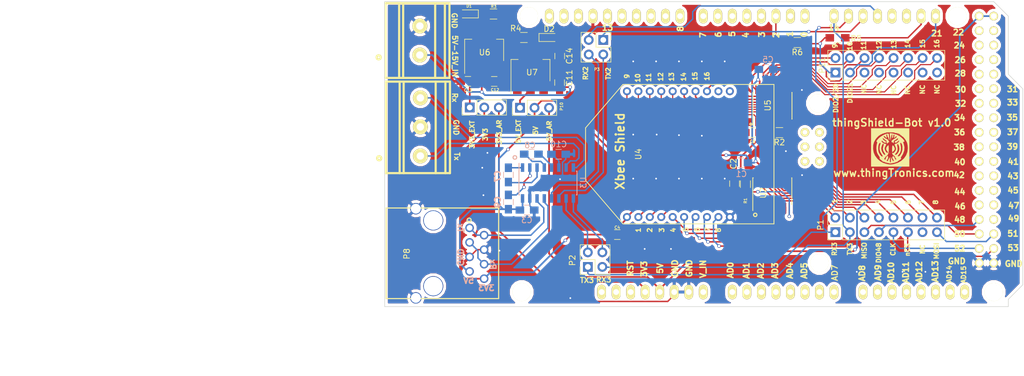
<source format=kicad_pcb>
(kicad_pcb (version 4) (host pcbnew 4.0.4-stable)
  (layers (0 F.Cu signal) (31 B.Cu signal) (34 B.Paste user) (35 F.Paste user) (36 B.SilkS user) (37 F.SilkS user) (38 B.Mask user) (39 F.Mask user) (44 Edge.Cuts user))
  (net 0 "")
  (net 1 5V)
  (net 2 GND)
  (net 3 3V3)
  (net 4 "Net-(C7-Pad1)")
  (net 5 "Net-(C7-Pad2)")
  (net 6 "Net-(C8-Pad1)")
  (net 7 "Net-(C8-Pad2)")
  (net 8 "Net-(C9-Pad2)")
  (net 9 "Net-(C10-Pad2)")
  (net 10 EXT_PWR_IN)
  (net 11 3V3_EXT)
  (net 12 5V_EXT)
  (net 13 "Net-(D1-Pad1)")
  (net 14 "Net-(D2-Pad1)")
  (net 15 RX3)
  (net 16 "Net-(P1-Pad2)")
  (net 17 TX3)
  (net 18 "Net-(P1-Pad4)")
  (net 19 MISO)
  (net 20 "Net-(P1-Pad6)")
  (net 21 nRESET)
  (net 22 "Net-(P1-Pad8)")
  (net 23 CLK)
  (net 24 "Net-(P1-Pad10)")
  (net 25 nCS)
  (net 26 "Net-(P1-Pad12)")
  (net 27 "Net-(P1-Pad13)")
  (net 28 "Net-(P1-Pad14)")
  (net 29 MOSI)
  (net 30 "Net-(P1-Pad16)")
  (net 31 "Net-(P2-Pad2)")
  (net 32 "Net-(P2-Pad4)")
  (net 33 TX2)
  (net 34 "Net-(P3-Pad2)")
  (net 35 RX2)
  (net 36 "Net-(P3-Pad4)")
  (net 37 RX_232_2)
  (net 38 TX_232_2)
  (net 39 3V3_AR)
  (net 40 RX_232_1)
  (net 41 TX_232_1)
  (net 42 5V_AR)
  (net 43 INT_2)
  (net 44 "Net-(P11-Pad2)")
  (net 45 SCL)
  (net 46 "Net-(P11-Pad4)")
  (net 47 "Net-(P11-Pad5)")
  (net 48 "Net-(P11-Pad6)")
  (net 49 "Net-(P11-Pad7)")
  (net 50 "Net-(P11-Pad8)")
  (net 51 "Net-(P11-Pad9)")
  (net 52 "Net-(P11-Pad10)")
  (net 53 "Net-(P11-Pad11)")
  (net 54 "Net-(P11-Pad12)")
  (net 55 "Net-(P11-Pad13)")
  (net 56 "Net-(P11-Pad14)")
  (net 57 "Net-(P11-Pad15)")
  (net 58 "Net-(P11-Pad16)")
  (net 59 "Net-(R1-Pad1)")
  (net 60 "Net-(R2-Pad1)")
  (net 61 SDA)
  (net 62 "Net-(U1-Pad18)")
  (net 63 "Net-(U1-Pad19)")
  (net 64 "Net-(U1-PadAD15)")
  (net 65 "Net-(U1-PadAD14)")
  (net 66 "Net-(U1-PadAD13)")
  (net 67 "Net-(U1-PadAD12)")
  (net 68 "Net-(U1-PadAD8)")
  (net 69 "Net-(U1-PadAD7)")
  (net 70 "Net-(U1-PadAD6)")
  (net 71 "Net-(U1-PadAD9)")
  (net 72 "Net-(U1-PadAD10)")
  (net 73 "Net-(U1-PadAD11)")
  (net 74 "Net-(U1-PadAD5)")
  (net 75 "Net-(U1-PadAD4)")
  (net 76 "Net-(U1-PadAD3)")
  (net 77 "Net-(U1-PadAD0)")
  (net 78 "Net-(U1-PadAD1)")
  (net 79 "Net-(U1-PadAD2)")
  (net 80 "Net-(U1-PadV_IN)")
  (net 81 "Net-(U1-PadRST)")
  (net 82 "Net-(U1-Pad0)")
  (net 83 "Net-(U1-Pad1)")
  (net 84 "Net-(U1-Pad3)")
  (net 85 "Net-(U1-Pad4)")
  (net 86 "Net-(U1-Pad5)")
  (net 87 "Net-(U1-Pad6)")
  (net 88 "Net-(U1-Pad7)")
  (net 89 "Net-(U1-Pad8)")
  (net 90 "Net-(U1-Pad9)")
  (net 91 "Net-(U1-Pad10)")
  (net 92 "Net-(U1-Pad11)")
  (net 93 "Net-(U1-Pad12)")
  (net 94 "Net-(U1-Pad13)")
  (net 95 "Net-(U1-PadAREF)")
  (net 96 "Net-(U1-Pad22)")
  (net 97 "Net-(U1-Pad23)")
  (net 98 "Net-(U1-Pad24)")
  (net 99 "Net-(U1-Pad25)")
  (net 100 "Net-(U1-Pad26)")
  (net 101 "Net-(U1-Pad27)")
  (net 102 "Net-(U1-Pad28)")
  (net 103 "Net-(U1-Pad29)")
  (net 104 "Net-(U1-Pad31)")
  (net 105 "Net-(U1-Pad30)")
  (net 106 "Net-(U1-Pad32)")
  (net 107 "Net-(U1-Pad33)")
  (net 108 "Net-(U1-Pad34)")
  (net 109 "Net-(U1-Pad35)")
  (net 110 "Net-(U1-Pad36)")
  (net 111 "Net-(U1-Pad37)")
  (net 112 "Net-(U1-Pad38)")
  (net 113 "Net-(U1-Pad39)")
  (net 114 "Net-(U1-Pad40)")
  (net 115 "Net-(U1-Pad41)")
  (net 116 "Net-(U1-Pad42)")
  (net 117 "Net-(U1-Pad43)")
  (net 118 "Net-(U1-Pad44)")
  (net 119 "Net-(U1-Pad45)")
  (net 120 "Net-(U1-Pad46)")
  (net 121 "Net-(U1-Pad47)")
  (net 122 "Net-(U1-Pad49)")
  (net 123 "Net-(U1-PadIO_R)")
  (net 124 "Net-(U1-PadNC)")
  (net 125 "Net-(U1-PadSDA)")
  (net 126 "Net-(U1-PadSCL)")
  (net 127 "Net-(P11-Pad1)")
  (net 128 "Net-(U2-Pad1)")
  (net 129 "Net-(U2-Pad3)")
  (net 130 "Net-(U2-Pad4)")
  (net 131 "Net-(U2-Pad5)")
  (net 132 "Net-(U2-Pad6)")
  (net 133 "Net-(U2-Pad7)")
  (net 134 "Net-(U2-Pad8)")
  (net 135 "Net-(U2-Pad9)")
  (net 136 "Net-(U4-Pad20)")
  (net 137 "Net-(U4-Pad19)")
  (net 138 "Net-(U4-Pad18)")
  (net 139 "Net-(U4-Pad17)")
  (net 140 "Net-(U4-Pad16)")
  (net 141 "Net-(U4-Pad15)")
  (net 142 "Net-(U4-Pad14)")
  (net 143 "Net-(U4-Pad13)")
  (net 144 "Net-(U4-Pad12)")
  (net 145 "Net-(U4-Pad11)")
  (module via:VIA_0.6mm (layer F.Cu) (at 202.7 114.9)
    (fp_text reference REF** hide)
    (fp_text value VIA_0.6mm hide)
    (pad 1 thru_hole circle (at 0 0) (size 0.6 0.6) (drill 0.3) (layers *.Cu) (net 2 GND))
  )
  (module via:VIA_0.6mm (layer F.Cu) (at 198.7 114.9)
    (fp_text reference REF** hide)
    (fp_text value VIA_0.6mm hide)
    (pad 1 thru_hole circle (at 0 0) (size 0.6 0.6) (drill 0.3) (layers *.Cu) (net 2 GND))
  )
  (module via:VIA_0.6mm (layer F.Cu) (at 194.7 114.9)
    (fp_text reference REF** hide)
    (fp_text value VIA_0.6mm hide)
    (pad 1 thru_hole circle (at 0 0) (size 0.6 0.6) (drill 0.3) (layers *.Cu) (net 2 GND))
  )
  (module via:VIA_0.6mm (layer F.Cu) (at 190.7 114.9)
    (fp_text reference REF** hide)
    (fp_text value VIA_0.6mm hide)
    (pad 1 thru_hole circle (at 0 0) (size 0.6 0.6) (drill 0.3) (layers *.Cu) (net 2 GND))
  )
  (module via:VIA_0.6mm (layer F.Cu) (at 186.7 114.9)
    (fp_text reference REF** hide)
    (fp_text value VIA_0.6mm hide)
    (pad 1 thru_hole circle (at 0 0) (size 0.6 0.6) (drill 0.3) (layers *.Cu) (net 2 GND))
  )
  (module via:VIA_0.6mm (layer F.Cu) (at 163.6 98.6)
    (fp_text reference REF** hide)
    (fp_text value VIA_0.6mm hide)
    (pad 1 thru_hole circle (at 0 0) (size 0.6 0.6) (drill 0.3) (layers *.Cu) (net 2 GND))
  )
  (module via:VIA_0.6mm (layer F.Cu) (at 159.6 98.6)
    (fp_text reference REF** hide)
    (fp_text value VIA_0.6mm hide)
    (pad 1 thru_hole circle (at 0 0) (size 0.6 0.6) (drill 0.3) (layers *.Cu) (net 2 GND))
  )
  (module via:VIA_0.6mm (layer F.Cu) (at 155.6 98.6)
    (fp_text reference REF** hide)
    (fp_text value VIA_0.6mm hide)
    (pad 1 thru_hole circle (at 0 0) (size 0.6 0.6) (drill 0.3) (layers *.Cu) (net 2 GND))
  )
  (module via:VIA_0.6mm (layer F.Cu) (at 151.6 98.6)
    (fp_text reference REF** hide)
    (fp_text value VIA_0.6mm hide)
    (pad 1 thru_hole circle (at 0 0) (size 0.6 0.6) (drill 0.3) (layers *.Cu) (net 2 GND))
  )
  (module via:VIA_0.6mm (layer F.Cu) (at 147.6 98.6)
    (fp_text reference REF** hide)
    (fp_text value VIA_0.6mm hide)
    (pad 1 thru_hole circle (at 0 0) (size 0.6 0.6) (drill 0.3) (layers *.Cu) (net 2 GND))
  )
  (module via:VIA_0.6mm (layer F.Cu) (at 177.13 97.99)
    (fp_text reference REF** hide)
    (fp_text value VIA_0.6mm hide)
    (pad 1 thru_hole circle (at 0 0) (size 0.6 0.6) (drill 0.3) (layers *.Cu) (net 2 GND))
  )
  (module via:VIA_0.6mm (layer F.Cu) (at 154.2 110.9)
    (fp_text reference REF** hide)
    (fp_text value VIA_0.6mm hide)
    (pad 1 thru_hole circle (at 0 0) (size 0.6 0.6) (drill 0.3) (layers *.Cu) (net 2 GND))
  )
  (module via:VIA_0.6mm (layer F.Cu) (at 149.6 110.9)
    (fp_text reference REF** hide)
    (fp_text value VIA_0.6mm hide)
    (pad 1 thru_hole circle (at 0 0) (size 0.6 0.6) (drill 0.3) (layers *.Cu) (net 2 GND))
  )
  (module via:VIA_0.6mm (layer F.Cu) (at 134.8 98.7)
    (fp_text reference REF** hide)
    (fp_text value VIA_0.6mm hide)
    (pad 1 thru_hole circle (at 0 0) (size 0.6 0.6) (drill 0.3) (layers *.Cu) (net 2 GND))
  )
  (module via:VIA_0.6mm (layer F.Cu) (at 124.2 111.2)
    (fp_text reference REF** hide)
    (fp_text value VIA_0.6mm hide)
    (pad 1 thru_hole circle (at 0 0) (size 0.6 0.6) (drill 0.3) (layers *.Cu) (net 2 GND))
  )
  (module via:VIA_0.6mm (layer F.Cu) (at 122.1 94.1)
    (fp_text reference REF** hide)
    (fp_text value VIA_0.6mm hide)
    (pad 1 thru_hole circle (at 0 0) (size 0.6 0.6) (drill 0.3) (layers *.Cu) (net 2 GND))
  )
  (module via:VIA_0.6mm (layer F.Cu) (at 121.2 96.7)
    (fp_text reference REF** hide)
    (fp_text value VIA_0.6mm hide)
    (pad 1 thru_hole circle (at 0 0) (size 0.6 0.6) (drill 0.3) (layers *.Cu) (net 2 GND))
  )
  (module via:VIA_0.6mm (layer F.Cu) (at 121.4 101.5)
    (fp_text reference REF** hide)
    (fp_text value VIA_0.6mm hide)
    (pad 1 thru_hole circle (at 0 0) (size 0.6 0.6) (drill 0.3) (layers *.Cu) (net 2 GND))
  )
  (module via:VIA_0.6mm (layer F.Cu) (at 174.3 93.8)
    (fp_text reference REF** hide)
    (fp_text value VIA_0.6mm hide)
    (pad 1 thru_hole circle (at 0 0) (size 0.6 0.6) (drill 0.3) (layers *.Cu) (net 2 GND))
  )
  (module via:VIA_0.6mm (layer F.Cu) (at 177.1 83.1)
    (fp_text reference REF** hide)
    (fp_text value VIA_0.6mm hide)
    (pad 1 thru_hole circle (at 0 0) (size 0.6 0.6) (drill 0.3) (layers *.Cu) (net 2 GND))
  )
  (module via:VIA_0.6mm (layer F.Cu) (at 159.6 91.1)
    (fp_text reference REF** hide)
    (fp_text value VIA_0.6mm hide)
    (pad 1 thru_hole circle (at 0 0) (size 0.6 0.6) (drill 0.3) (layers *.Cu) (net 2 GND))
  )
  (module via:VIA_0.6mm (layer F.Cu) (at 155.6 91)
    (fp_text reference REF** hide)
    (fp_text value VIA_0.6mm hide)
    (pad 1 thru_hole circle (at 0 0) (size 0.6 0.6) (drill 0.3) (layers *.Cu) (net 2 GND))
  )
  (module via:VIA_0.6mm (layer F.Cu) (at 151.7 90.9)
    (fp_text reference REF** hide)
    (fp_text value VIA_0.6mm hide)
    (pad 1 thru_hole circle (at 0 0) (size 0.6 0.6) (drill 0.3) (layers *.Cu) (net 2 GND))
  )
  (module via:VIA_0.6mm (layer F.Cu) (at 147.6 90.9)
    (fp_text reference REF** hide)
    (fp_text value VIA_0.6mm hide)
    (pad 1 thru_hole circle (at 0 0) (size 0.6 0.6) (drill 0.3) (layers *.Cu) (net 2 GND))
  )
  (module via:VIA_0.6mm (layer F.Cu) (at 163.6 78.1)
    (fp_text reference REF** hide)
    (fp_text value VIA_0.6mm hide)
    (pad 1 thru_hole circle (at 0 0) (size 0.6 0.6) (drill 0.3) (layers *.Cu) (net 2 GND))
  )
  (module via:VIA_0.6mm (layer F.Cu) (at 159.6 78.1)
    (fp_text reference REF** hide)
    (fp_text value VIA_0.6mm hide)
    (pad 1 thru_hole circle (at 0 0) (size 0.6 0.6) (drill 0.3) (layers *.Cu) (net 2 GND))
  )
  (module via:VIA_0.6mm (layer F.Cu) (at 155.6 78.1)
    (fp_text reference REF** hide)
    (fp_text value VIA_0.6mm hide)
    (pad 1 thru_hole circle (at 0 0) (size 0.6 0.6) (drill 0.3) (layers *.Cu) (net 2 GND))
  )
  (module via:VIA_0.6mm (layer F.Cu) (at 151.6 78.1)
    (fp_text reference REF** hide)
    (fp_text value VIA_0.6mm hide)
    (pad 1 thru_hole circle (at 0 0) (size 0.6 0.6) (drill 0.3) (layers *.Cu) (net 2 GND))
  )
  (module via:VIA_0.6mm (layer F.Cu) (at 147.6 78.1)
    (fp_text reference REF** hide)
    (fp_text value VIA_0.6mm hide)
    (pad 1 thru_hole circle (at 0 0) (size 0.6 0.6) (drill 0.3) (layers *.Cu) (net 2 GND))
  )
  (module Resistors_SMD:R_0805_HandSoldering (layer F.Cu) (at 176.3 74.8 180)
    (fp_text reference R6 (at 0 -1.7 180) (layer F.SilkS))
    (fp_text value 0E)
    (pad 1 smd rect (at -1.35 0 180) (size 1.5 1.3) (layers F.Cu F.Paste F.Mask) (net 127 "Net-(P11-Pad1)"))
    (pad 2 smd rect (at 1.35 0 180) (size 1.5 1.3) (layers F.Cu F.Paste F.Mask) (net 43 INT_2))
  )
  (module Capacitors_SMD:C_0805_HandSoldering (layer B.Cu) (at 166.43 95.83 180)
    (fp_text reference C1 (at -0.07 -1.97 180) (layer B.SilkS) (effects (justify mirror)))
    (fp_text value 0.1uF)
    (pad 1 smd rect (at -1.25 0 180) (size 1.5 1.25) (layers B.Cu B.Paste B.Mask) (net 1 5V))
    (pad 2 smd rect (at 1.25 0 180) (size 1.5 1.25) (layers B.Cu B.Paste B.Mask) (net 2 GND))
  )
  (module Arduino:ARDUINO_MEGA_SHIELD (layer F.Cu) (at 114.13 120.98)
    (fp_text reference U1 hide)
    (fp_text value ARDUINO_MEGA_SHIELD hide)
    (pad 14 thru_hole oval (at 68.58 -50.8 90) (size 2.54 1.524) (drill 1.016) (layers *.Cu *.Mask F.SilkS) (net 17 TX3))
    (pad 15 thru_hole oval (at 71.12 -50.8 90) (size 2.54 1.524) (drill 1.016) (layers *.Cu *.Mask F.SilkS) (net 15 RX3))
    (pad 16 thru_hole oval (at 73.66 -50.8 90) (size 2.54 1.524) (drill 1.016) (layers *.Cu *.Mask F.SilkS) (net 33 TX2))
    (pad 17 thru_hole oval (at 76.2 -50.8 90) (size 2.54 1.524) (drill 1.016) (layers *.Cu *.Mask F.SilkS) (net 35 RX2))
    (pad 18 thru_hole oval (at 78.74 -50.8 90) (size 2.54 1.524) (drill 1.016) (layers *.Cu *.Mask F.SilkS) (net 62 "Net-(U1-Pad18)"))
    (pad 19 thru_hole oval (at 81.28 -50.8 90) (size 2.54 1.524) (drill 1.016) (layers *.Cu *.Mask F.SilkS) (net 63 "Net-(U1-Pad19)"))
    (pad 20 thru_hole oval (at 83.82 -50.8 90) (size 2.54 1.524) (drill 1.016) (layers *.Cu *.Mask F.SilkS) (net 61 SDA))
    (pad 21 thru_hole oval (at 86.36 -50.8 90) (size 2.54 1.524) (drill 1.016) (layers *.Cu *.Mask F.SilkS) (net 45 SCL))
    (pad AD15 thru_hole oval (at 91.44 -2.54 90) (size 2.54 1.524) (drill 1.016) (layers *.Cu *.Mask F.SilkS) (net 64 "Net-(U1-PadAD15)"))
    (pad AD14 thru_hole oval (at 88.9 -2.54 90) (size 2.54 1.524) (drill 1.016) (layers *.Cu *.Mask F.SilkS) (net 65 "Net-(U1-PadAD14)"))
    (pad AD13 thru_hole oval (at 86.36 -2.54 90) (size 2.54 1.524) (drill 1.016) (layers *.Cu *.Mask F.SilkS) (net 66 "Net-(U1-PadAD13)"))
    (pad AD12 thru_hole oval (at 83.82 -2.54 90) (size 2.54 1.524) (drill 1.016) (layers *.Cu *.Mask F.SilkS) (net 67 "Net-(U1-PadAD12)"))
    (pad AD8 thru_hole oval (at 73.66 -2.54 90) (size 2.54 1.524) (drill 1.016) (layers *.Cu *.Mask F.SilkS) (net 68 "Net-(U1-PadAD8)"))
    (pad AD7 thru_hole oval (at 68.58 -2.54 90) (size 2.54 1.524) (drill 1.016) (layers *.Cu *.Mask F.SilkS) (net 69 "Net-(U1-PadAD7)"))
    (pad AD6 thru_hole oval (at 66.04 -2.54 90) (size 2.54 1.524) (drill 1.016) (layers *.Cu *.Mask F.SilkS) (net 70 "Net-(U1-PadAD6)"))
    (pad AD9 thru_hole oval (at 76.2 -2.54 90) (size 2.54 1.524) (drill 1.016) (layers *.Cu *.Mask F.SilkS) (net 71 "Net-(U1-PadAD9)"))
    (pad AD10 thru_hole oval (at 78.74 -2.54 90) (size 2.54 1.524) (drill 1.016) (layers *.Cu *.Mask F.SilkS) (net 72 "Net-(U1-PadAD10)"))
    (pad AD11 thru_hole oval (at 81.28 -2.54 90) (size 2.54 1.524) (drill 1.016) (layers *.Cu *.Mask F.SilkS) (net 73 "Net-(U1-PadAD11)"))
    (pad AD5 thru_hole oval (at 63.5 -2.54 90) (size 2.54 1.524) (drill 1.016) (layers *.Cu *.Mask F.SilkS) (net 74 "Net-(U1-PadAD5)"))
    (pad AD4 thru_hole oval (at 60.96 -2.54 90) (size 2.54 1.524) (drill 1.016) (layers *.Cu *.Mask F.SilkS) (net 75 "Net-(U1-PadAD4)"))
    (pad AD3 thru_hole oval (at 58.42 -2.54 90) (size 2.54 1.524) (drill 1.016) (layers *.Cu *.Mask F.SilkS) (net 76 "Net-(U1-PadAD3)"))
    (pad AD0 thru_hole oval (at 50.8 -2.54 90) (size 2.54 1.524) (drill 1.016) (layers *.Cu *.Mask F.SilkS) (net 77 "Net-(U1-PadAD0)"))
    (pad AD1 thru_hole oval (at 53.34 -2.54 90) (size 2.54 1.524) (drill 1.016) (layers *.Cu *.Mask F.SilkS) (net 78 "Net-(U1-PadAD1)"))
    (pad AD2 thru_hole oval (at 55.88 -2.54 90) (size 2.54 1.524) (drill 1.016) (layers *.Cu *.Mask F.SilkS) (net 79 "Net-(U1-PadAD2)"))
    (pad V_IN thru_hole oval (at 45.72 -2.54 90) (size 2.54 1.524) (drill 1.016) (layers *.Cu *.Mask F.SilkS) (net 80 "Net-(U1-PadV_IN)"))
    (pad GND2 thru_hole oval (at 43.18 -2.54 90) (size 2.54 1.524) (drill 1.016) (layers *.Cu *.Mask F.SilkS) (net 2 GND))
    (pad GND1 thru_hole oval (at 40.64 -2.54 90) (size 2.54 1.524) (drill 1.016) (layers *.Cu *.Mask F.SilkS) (net 2 GND))
    (pad 3V3 thru_hole oval (at 35.56 -2.54 90) (size 2.54 1.524) (drill 1.016) (layers *.Cu *.Mask F.SilkS) (net 39 3V3_AR))
    (pad RST thru_hole oval (at 33.02 -2.54 90) (size 2.54 1.524) (drill 1.016) (layers *.Cu *.Mask F.SilkS) (net 81 "Net-(U1-PadRST)"))
    (pad 0 thru_hole oval (at 63.5 -50.8 90) (size 2.54 1.524) (drill 1.016) (layers *.Cu *.Mask F.SilkS) (net 82 "Net-(U1-Pad0)"))
    (pad 1 thru_hole oval (at 60.96 -50.8 90) (size 2.54 1.524) (drill 1.016) (layers *.Cu *.Mask F.SilkS) (net 83 "Net-(U1-Pad1)"))
    (pad 2 thru_hole oval (at 58.42 -50.8 90) (size 2.54 1.524) (drill 1.016) (layers *.Cu *.Mask F.SilkS) (net 43 INT_2))
    (pad 3 thru_hole oval (at 55.88 -50.8 90) (size 2.54 1.524) (drill 1.016) (layers *.Cu *.Mask F.SilkS) (net 84 "Net-(U1-Pad3)"))
    (pad 4 thru_hole oval (at 53.34 -50.8 90) (size 2.54 1.524) (drill 1.016) (layers *.Cu *.Mask F.SilkS) (net 85 "Net-(U1-Pad4)"))
    (pad 5 thru_hole oval (at 50.8 -50.8 90) (size 2.54 1.524) (drill 1.016) (layers *.Cu *.Mask F.SilkS) (net 86 "Net-(U1-Pad5)"))
    (pad 6 thru_hole oval (at 48.26 -50.8 90) (size 2.54 1.524) (drill 1.016) (layers *.Cu *.Mask F.SilkS) (net 87 "Net-(U1-Pad6)"))
    (pad 7 thru_hole oval (at 45.72 -50.8 90) (size 2.54 1.524) (drill 1.016) (layers *.Cu *.Mask F.SilkS) (net 88 "Net-(U1-Pad7)"))
    (pad 8 thru_hole oval (at 41.656 -50.8 90) (size 2.54 1.524) (drill 1.016) (layers *.Cu *.Mask F.SilkS) (net 89 "Net-(U1-Pad8)"))
    (pad 9 thru_hole oval (at 39.116 -50.8 90) (size 2.54 1.524) (drill 1.016) (layers *.Cu *.Mask F.SilkS) (net 90 "Net-(U1-Pad9)"))
    (pad 10 thru_hole oval (at 36.576 -50.8 90) (size 2.54 1.524) (drill 1.016) (layers *.Cu *.Mask F.SilkS) (net 91 "Net-(U1-Pad10)"))
    (pad 11 thru_hole oval (at 34.036 -50.8 90) (size 2.54 1.524) (drill 1.016) (layers *.Cu *.Mask F.SilkS) (net 92 "Net-(U1-Pad11)"))
    (pad 12 thru_hole oval (at 31.496 -50.8 90) (size 2.54 1.524) (drill 1.016) (layers *.Cu *.Mask F.SilkS) (net 93 "Net-(U1-Pad12)"))
    (pad 13 thru_hole oval (at 28.956 -50.8 90) (size 2.54 1.524) (drill 1.016) (layers *.Cu *.Mask F.SilkS) (net 94 "Net-(U1-Pad13)"))
    (pad GND3 thru_hole oval (at 26.416 -50.8 90) (size 2.54 1.524) (drill 1.016) (layers *.Cu *.Mask F.SilkS) (net 2 GND))
    (pad AREF thru_hole oval (at 23.876 -50.8 90) (size 2.54 1.524) (drill 1.016) (layers *.Cu *.Mask F.SilkS) (net 95 "Net-(U1-PadAREF)"))
    (pad 5V thru_hole oval (at 38.1 -2.54 90) (size 2.54 1.524) (drill 1.016) (layers *.Cu *.Mask F.SilkS) (net 42 5V_AR))
    (pad "" np_thru_hole circle (at 96.52 -2.54 90) (size 3.175 3.175) (drill 3.175) (layers *.Cu *.Mask F.SilkS))
    (pad "" np_thru_hole circle (at 90.17 -50.8 90) (size 3.175 3.175) (drill 3.175) (layers *.Cu *.Mask F.SilkS))
    (pad "" np_thru_hole circle (at 15.24 -50.8 90) (size 3.175 3.175) (drill 3.175) (layers *.Cu *.Mask F.SilkS))
    (pad "" np_thru_hole circle (at 13.97 -2.54 90) (size 3.175 3.175) (drill 3.175) (layers *.Cu *.Mask F.SilkS))
    (pad 22 thru_hole circle (at 93.98 -48.26) (size 1.524 1.524) (drill 1.016) (layers *.Cu *.Mask F.SilkS) (net 96 "Net-(U1-Pad22)"))
    (pad 23 thru_hole circle (at 96.52 -48.26) (size 1.524 1.524) (drill 1.016) (layers *.Cu *.Mask F.SilkS) (net 97 "Net-(U1-Pad23)"))
    (pad 24 thru_hole circle (at 93.98 -45.72) (size 1.524 1.524) (drill 1.016) (layers *.Cu *.Mask F.SilkS) (net 98 "Net-(U1-Pad24)"))
    (pad 25 thru_hole circle (at 96.52 -45.72) (size 1.524 1.524) (drill 1.016) (layers *.Cu *.Mask F.SilkS) (net 99 "Net-(U1-Pad25)"))
    (pad 26 thru_hole circle (at 93.98 -43.18) (size 1.524 1.524) (drill 1.016) (layers *.Cu *.Mask F.SilkS) (net 100 "Net-(U1-Pad26)"))
    (pad 27 thru_hole circle (at 96.52 -43.18) (size 1.524 1.524) (drill 1.016) (layers *.Cu *.Mask F.SilkS) (net 101 "Net-(U1-Pad27)"))
    (pad 28 thru_hole circle (at 93.98 -40.64) (size 1.524 1.524) (drill 1.016) (layers *.Cu *.Mask F.SilkS) (net 102 "Net-(U1-Pad28)"))
    (pad 29 thru_hole circle (at 96.52 -40.64) (size 1.524 1.524) (drill 1.016) (layers *.Cu *.Mask F.SilkS) (net 103 "Net-(U1-Pad29)"))
    (pad 5V_4 thru_hole circle (at 93.98 -50.8) (size 1.524 1.524) (drill 1.016) (layers *.Cu *.Mask F.SilkS) (net 42 5V_AR))
    (pad 5V_5 thru_hole circle (at 96.52 -50.8) (size 1.524 1.524) (drill 1.016) (layers *.Cu *.Mask F.SilkS) (net 42 5V_AR))
    (pad 31 thru_hole circle (at 96.52 -38.1) (size 1.524 1.524) (drill 1.016) (layers *.Cu *.Mask F.SilkS) (net 104 "Net-(U1-Pad31)"))
    (pad 30 thru_hole circle (at 93.98 -38.1) (size 1.524 1.524) (drill 1.016) (layers *.Cu *.Mask F.SilkS) (net 105 "Net-(U1-Pad30)"))
    (pad 32 thru_hole circle (at 93.98 -35.56) (size 1.524 1.524) (drill 1.016) (layers *.Cu *.Mask F.SilkS) (net 106 "Net-(U1-Pad32)"))
    (pad 33 thru_hole circle (at 96.52 -35.56) (size 1.524 1.524) (drill 1.016) (layers *.Cu *.Mask F.SilkS) (net 107 "Net-(U1-Pad33)"))
    (pad 34 thru_hole circle (at 93.98 -33.02) (size 1.524 1.524) (drill 1.016) (layers *.Cu *.Mask F.SilkS) (net 108 "Net-(U1-Pad34)"))
    (pad 35 thru_hole circle (at 96.52 -33.02) (size 1.524 1.524) (drill 1.016) (layers *.Cu *.Mask F.SilkS) (net 109 "Net-(U1-Pad35)"))
    (pad 36 thru_hole circle (at 93.98 -30.48) (size 1.524 1.524) (drill 1.016) (layers *.Cu *.Mask F.SilkS) (net 110 "Net-(U1-Pad36)"))
    (pad 37 thru_hole circle (at 96.52 -30.48) (size 1.524 1.524) (drill 1.016) (layers *.Cu *.Mask F.SilkS) (net 111 "Net-(U1-Pad37)"))
    (pad 38 thru_hole circle (at 93.98 -27.94) (size 1.524 1.524) (drill 1.016) (layers *.Cu *.Mask F.SilkS) (net 112 "Net-(U1-Pad38)"))
    (pad 39 thru_hole circle (at 96.52 -27.94) (size 1.524 1.524) (drill 1.016) (layers *.Cu *.Mask F.SilkS) (net 113 "Net-(U1-Pad39)"))
    (pad 40 thru_hole circle (at 93.98 -25.4) (size 1.524 1.524) (drill 1.016) (layers *.Cu *.Mask F.SilkS) (net 114 "Net-(U1-Pad40)"))
    (pad 41 thru_hole circle (at 96.52 -25.4) (size 1.524 1.524) (drill 1.016) (layers *.Cu *.Mask F.SilkS) (net 115 "Net-(U1-Pad41)"))
    (pad 42 thru_hole circle (at 93.98 -22.86) (size 1.524 1.524) (drill 1.016) (layers *.Cu *.Mask F.SilkS) (net 116 "Net-(U1-Pad42)"))
    (pad 43 thru_hole circle (at 96.52 -22.86) (size 1.524 1.524) (drill 1.016) (layers *.Cu *.Mask F.SilkS) (net 117 "Net-(U1-Pad43)"))
    (pad 44 thru_hole circle (at 93.98 -20.32) (size 1.524 1.524) (drill 1.016) (layers *.Cu *.Mask F.SilkS) (net 118 "Net-(U1-Pad44)"))
    (pad 45 thru_hole circle (at 96.52 -20.32) (size 1.524 1.524) (drill 1.016) (layers *.Cu *.Mask F.SilkS) (net 119 "Net-(U1-Pad45)"))
    (pad 46 thru_hole circle (at 93.98 -17.78) (size 1.524 1.524) (drill 1.016) (layers *.Cu *.Mask F.SilkS) (net 120 "Net-(U1-Pad46)"))
    (pad 47 thru_hole circle (at 96.52 -17.78) (size 1.524 1.524) (drill 1.016) (layers *.Cu *.Mask F.SilkS) (net 121 "Net-(U1-Pad47)"))
    (pad 48 thru_hole circle (at 93.98 -15.24) (size 1.524 1.524) (drill 1.016) (layers *.Cu *.Mask F.SilkS) (net 21 nRESET))
    (pad 49 thru_hole circle (at 96.52 -15.24) (size 1.524 1.524) (drill 1.016) (layers *.Cu *.Mask F.SilkS) (net 122 "Net-(U1-Pad49)"))
    (pad 50 thru_hole circle (at 93.98 -12.7) (size 1.524 1.524) (drill 1.016) (layers *.Cu *.Mask F.SilkS) (net 19 MISO))
    (pad 51 thru_hole circle (at 96.52 -12.7) (size 1.524 1.524) (drill 1.016) (layers *.Cu *.Mask F.SilkS) (net 29 MOSI))
    (pad 52 thru_hole circle (at 93.98 -10.16) (size 1.524 1.524) (drill 1.016) (layers *.Cu *.Mask F.SilkS) (net 23 CLK))
    (pad 53 thru_hole circle (at 96.52 -10.16) (size 1.524 1.524) (drill 1.016) (layers *.Cu *.Mask F.SilkS) (net 25 nCS))
    (pad GND4 thru_hole circle (at 93.98 -7.62) (size 1.524 1.524) (drill 1.016) (layers *.Cu *.Mask F.SilkS) (net 2 GND))
    (pad GND5 thru_hole circle (at 96.52 -7.62) (size 1.524 1.524) (drill 1.016) (layers *.Cu *.Mask F.SilkS) (net 2 GND))
    (pad SP1 thru_hole circle (at 63.5 -30.48) (size 1.524 1.524) (drill 0.8128) (layers *.Cu *.Mask F.SilkS))
    (pad SP2 thru_hole circle (at 66.04 -30.48) (size 1.524 1.524) (drill 0.8128) (layers *.Cu *.Mask F.SilkS))
    (pad SP3 thru_hole circle (at 63.5 -27.94) (size 1.524 1.524) (drill 0.8128) (layers *.Cu *.Mask F.SilkS))
    (pad SP4 thru_hole circle (at 66.04 -27.94) (size 1.524 1.524) (drill 0.8128) (layers *.Cu *.Mask F.SilkS))
    (pad SP5 thru_hole circle (at 63.5 -25.4) (size 1.524 1.524) (drill 0.8128) (layers *.Cu *.Mask F.SilkS))
    (pad SP6 thru_hole circle (at 66.04 -25.4) (size 1.524 1.524) (drill 0.8128) (layers *.Cu *.Mask F.SilkS))
    (pad "" np_thru_hole circle (at 65.786 -35.56) (size 3.175 3.175) (drill 3.175) (layers *.Cu *.Mask F.SilkS))
    (pad "" np_thru_hole circle (at 66.04 -7.62) (size 3.175 3.175) (drill 3.175) (layers *.Cu *.Mask F.SilkS))
    (pad IO_R thru_hole oval (at 30.48 -2.54 90) (size 2.54 1.524) (drill 1.016) (layers *.Cu *.Mask F.SilkS) (net 123 "Net-(U1-PadIO_R)"))
    (pad NC thru_hole oval (at 27.94 -2.54 90) (size 2.54 1.524) (drill 1.016) (layers *.Cu *.Mask F.SilkS) (net 124 "Net-(U1-PadNC)"))
    (pad SDA thru_hole oval (at 21.336 -50.8 90) (size 2.54 1.524) (drill 1.016) (layers *.Cu *.Mask F.SilkS) (net 125 "Net-(U1-PadSDA)"))
    (pad SCL thru_hole oval (at 18.796 -50.8 90) (size 2.54 1.524) (drill 1.016) (layers *.Cu *.Mask F.SilkS) (net 126 "Net-(U1-PadSCL)"))
  )
  (module Housings_SOIC:SOIC-16_3.9x9.9mm_Pitch1.27mm (layer B.Cu) (at 132.685 99.37 270)
    (fp_text reference U3 (at -0.07 -6.215 270) (layer B.SilkS) (effects (justify mirror)))
    (fp_text value MAX232)
    (pad 1 smd rect (at -2.7 4.445 270) (size 1.5 0.6) (layers B.Cu B.Paste B.Mask) (net 4 "Net-(C7-Pad1)"))
    (pad 2 smd rect (at -2.7 3.175 270) (size 1.5 0.6) (layers B.Cu B.Paste B.Mask) (net 8 "Net-(C9-Pad2)"))
    (pad 3 smd rect (at -2.7 1.905 270) (size 1.5 0.6) (layers B.Cu B.Paste B.Mask) (net 5 "Net-(C7-Pad2)"))
    (pad 4 smd rect (at -2.7 0.635 270) (size 1.5 0.6) (layers B.Cu B.Paste B.Mask) (net 6 "Net-(C8-Pad1)"))
    (pad 5 smd rect (at -2.7 -0.635 270) (size 1.5 0.6) (layers B.Cu B.Paste B.Mask) (net 7 "Net-(C8-Pad2)"))
    (pad 6 smd rect (at -2.7 -1.905 270) (size 1.5 0.6) (layers B.Cu B.Paste B.Mask) (net 9 "Net-(C10-Pad2)"))
    (pad 7 smd rect (at -2.7 -3.175 270) (size 1.5 0.6) (layers B.Cu B.Paste B.Mask) (net 38 TX_232_2))
    (pad 8 smd rect (at -2.7 -4.445 270) (size 1.5 0.6) (layers B.Cu B.Paste B.Mask) (net 37 RX_232_2))
    (pad 9 smd rect (at 2.7 -4.445 270) (size 1.5 0.6) (layers B.Cu B.Paste B.Mask) (net 32 "Net-(P2-Pad4)"))
    (pad 10 smd rect (at 2.7 -3.175 270) (size 1.5 0.6) (layers B.Cu B.Paste B.Mask) (net 31 "Net-(P2-Pad2)"))
    (pad 11 smd rect (at 2.7 -1.905 270) (size 1.5 0.6) (layers B.Cu B.Paste B.Mask) (net 34 "Net-(P3-Pad2)"))
    (pad 12 smd rect (at 2.7 -0.635 270) (size 1.5 0.6) (layers B.Cu B.Paste B.Mask) (net 36 "Net-(P3-Pad4)"))
    (pad 13 smd rect (at 2.7 0.635 270) (size 1.5 0.6) (layers B.Cu B.Paste B.Mask) (net 40 RX_232_1))
    (pad 14 smd rect (at 2.7 1.905 270) (size 1.5 0.6) (layers B.Cu B.Paste B.Mask) (net 41 TX_232_1))
    (pad 15 smd rect (at 2.7 3.175 270) (size 1.5 0.6) (layers B.Cu B.Paste B.Mask) (net 2 GND))
    (pad 16 smd rect (at 2.7 4.445 270) (size 1.5 0.6) (layers B.Cu B.Paste B.Mask) (net 1 5V))
  )
  (module Capacitors_SMD:C_0805_HandSoldering (layer B.Cu) (at 134.55 94.34 180)
    (fp_text reference C10 (at 0 1.75 180) (layer B.SilkS) (effects (justify mirror)))
    (fp_text value 1uF)
    (pad 1 smd rect (at -1.25 0 180) (size 1.5 1.25) (layers B.Cu B.Paste B.Mask) (net 2 GND))
    (pad 2 smd rect (at 1.25 0 180) (size 1.5 1.25) (layers B.Cu B.Paste B.Mask) (net 9 "Net-(C10-Pad2)"))
  )
  (module Capacitors_SMD:C_0805_HandSoldering (layer B.Cu) (at 125.77 102.7 90)
    (fp_text reference C9 (at 0 -1.87 90) (layer B.SilkS) (effects (font (thickness 0.25)) (justify mirror)))
    (fp_text value 1uF)
    (pad 1 smd rect (at -1.25 0 90) (size 1.5 1.25) (layers B.Cu B.Paste B.Mask) (net 1 5V))
    (pad 2 smd rect (at 1.25 0 90) (size 1.5 1.25) (layers B.Cu B.Paste B.Mask) (net 8 "Net-(C9-Pad2)"))
  )
  (module Capacitors_SMD:C_0805_HandSoldering (layer F.Cu) (at 165.32 99.48 90)
    (fp_text reference C2 (at 3.49 -0.18 90) (layer F.SilkS))
    (fp_text value 0.1uF)
    (pad 1 smd rect (at -1.25 0 90) (size 1.5 1.25) (layers F.Cu F.Paste F.Mask) (net 3 3V3))
    (pad 2 smd rect (at 1.25 0 90) (size 1.5 1.25) (layers F.Cu F.Paste F.Mask) (net 2 GND))
  )
  (module Capacitors_SMD:C_0805_HandSoldering (layer B.Cu) (at 129.03 104.1)
    (fp_text reference C3 (at -0.04 1.77) (layer B.SilkS) (effects (justify mirror)))
    (fp_text value 1uF)
    (pad 1 smd rect (at -1.25 0) (size 1.5 1.25) (layers B.Cu B.Paste B.Mask) (net 1 5V))
    (pad 2 smd rect (at 1.25 0) (size 1.5 1.25) (layers B.Cu B.Paste B.Mask) (net 2 GND))
  )
  (module Capacitors_SMD:C_0805_HandSoldering (layer F.Cu) (at 144.81 108.39)
    (fp_text reference C4 (at 0 -1.25) (layer F.SilkS) (effects (font (size 0.5 0.5) (thickness 0.1))))
    (fp_text value 1uF)
    (pad 1 smd rect (at -1.25 0) (size 1.5 1.25) (layers F.Cu F.Paste F.Mask) (net 3 3V3))
    (pad 2 smd rect (at 1.25 0) (size 1.5 1.25) (layers F.Cu F.Paste F.Mask) (net 2 GND))
  )
  (module Capacitors_SMD:C_0805_HandSoldering (layer B.Cu) (at 170.82 79.49)
    (fp_text reference C5 (at 0.35 -1.72) (layer B.SilkS) (effects (justify mirror)))
    (fp_text value 0.1uF)
    (pad 1 smd rect (at -1.25 0) (size 1.5 1.25) (layers B.Cu B.Paste B.Mask) (net 1 5V))
    (pad 2 smd rect (at 1.25 0) (size 1.5 1.25) (layers B.Cu B.Paste B.Mask) (net 2 GND))
  )
  (module Capacitors_SMD:C_0805_HandSoldering (layer F.Cu) (at 168.45 90.54 180)
    (fp_text reference C6 (at -0.02 -1.58 180) (layer F.SilkS) (effects (font (size 0.5 0.5) (thickness 0.1))))
    (fp_text value 0.1uF)
    (pad 1 smd rect (at -1.25 0 180) (size 1.5 1.25) (layers F.Cu F.Paste F.Mask) (net 3 3V3))
    (pad 2 smd rect (at 1.25 0 180) (size 1.5 1.25) (layers F.Cu F.Paste F.Mask) (net 2 GND))
  )
  (module Capacitors_SMD:C_0805_HandSoldering (layer B.Cu) (at 125.77 97.95 270)
    (fp_text reference C7 (at 0.25 1.87 270) (layer B.SilkS) (effects (font (thickness 0.25)) (justify mirror)))
    (fp_text value 1uF)
    (pad 1 smd rect (at -1.25 0 270) (size 1.5 1.25) (layers B.Cu B.Paste B.Mask) (net 4 "Net-(C7-Pad1)"))
    (pad 2 smd rect (at 1.25 0 270) (size 1.5 1.25) (layers B.Cu B.Paste B.Mask) (net 5 "Net-(C7-Pad2)"))
  )
  (module Capacitors_SMD:C_0805_HandSoldering (layer B.Cu) (at 129.78 94.32)
    (fp_text reference C8 (at -0.22 -1.56) (layer B.SilkS) (effects (justify mirror)))
    (fp_text value 1uF)
    (pad 1 smd rect (at -1.25 0) (size 1.5 1.25) (layers B.Cu B.Paste B.Mask) (net 6 "Net-(C8-Pad1)"))
    (pad 2 smd rect (at 1.25 0) (size 1.5 1.25) (layers B.Cu B.Paste B.Mask) (net 7 "Net-(C8-Pad2)"))
  )
  (module Capacitors_SMD:C_0805_HandSoldering (layer F.Cu) (at 134.72 81.8 90)
    (fp_text reference C11 (at 0.82 1.71 90) (layer F.SilkS))
    (fp_text value 10uF)
    (pad 1 smd rect (at -1.25 0 90) (size 1.5 1.25) (layers F.Cu F.Paste F.Mask) (net 10 EXT_PWR_IN))
    (pad 2 smd rect (at 1.25 0 90) (size 1.5 1.25) (layers F.Cu F.Paste F.Mask) (net 2 GND))
  )
  (module Capacitors_SMD:C_0805_HandSoldering (layer F.Cu) (at 123.29 81.6)
    (fp_text reference C12 (at 0.13 1.48) (layer F.SilkS) (effects (font (size 0.5 0.5) (thickness 0.1))))
    (fp_text value 10uF)
    (pad 1 smd rect (at -1.25 0) (size 1.5 1.25) (layers F.Cu F.Paste F.Mask) (net 10 EXT_PWR_IN))
    (pad 2 smd rect (at 1.25 0) (size 1.5 1.25) (layers F.Cu F.Paste F.Mask) (net 2 GND))
  )
  (module Capacitors_SMD:C_0805_HandSoldering (layer F.Cu) (at 118.69 81.59 180)
    (fp_text reference C13 (at -0.04 -1.56 360) (layer F.SilkS) (effects (font (size 0.5 0.5) (thickness 0.1))))
    (fp_text value 10uF)
    (pad 1 smd rect (at -1.25 0 180) (size 1.5 1.25) (layers F.Cu F.Paste F.Mask) (net 11 3V3_EXT))
    (pad 2 smd rect (at 1.25 0 180) (size 1.5 1.25) (layers F.Cu F.Paste F.Mask) (net 2 GND))
  )
  (module Capacitors_SMD:C_0805_HandSoldering (layer F.Cu) (at 134.74 77.17 270)
    (fp_text reference C14 (at -0.03 -1.69 270) (layer F.SilkS))
    (fp_text value 10uF)
    (pad 1 smd rect (at -1.25 0 270) (size 1.5 1.25) (layers F.Cu F.Paste F.Mask) (net 12 5V_EXT))
    (pad 2 smd rect (at 1.25 0 270) (size 1.5 1.25) (layers F.Cu F.Paste F.Mask) (net 2 GND))
  )
  (module LEDs:LED_0805 (layer F.Cu) (at 118.71 69.79 180)
    (fp_text reference D1 (at -0.18 1.37 180) (layer F.SilkS) (effects (font (size 0.5 0.5) (thickness 0.1))))
    (fp_text value PWR)
    (pad 2 smd rect (at 1.1 0) (size 1.2 1.2) (layers F.Cu F.Paste F.Mask) (net 11 3V3_EXT))
    (pad 1 smd rect (at -1.1 0) (size 1.2 1.2) (layers F.Cu F.Paste F.Mask) (net 13 "Net-(D1-Pad1)"))
  )
  (module LEDs:LED_0805 (layer F.Cu) (at 132.92 73.92)
    (fp_text reference D2 (at -0.03 -1.5) (layer F.SilkS))
    (fp_text value PWR)
    (pad 2 smd rect (at 1.1 0 180) (size 1.2 1.2) (layers F.Cu F.Paste F.Mask) (net 12 5V_EXT))
    (pad 1 smd rect (at -1.1 0 180) (size 1.2 1.2) (layers F.Cu F.Paste F.Mask) (net 14 "Net-(D2-Pad1)"))
  )
  (module Pin_Headers:Pin_Header_Straight_2x08_Pitch2.54mm (layer F.Cu) (at 182.95 107.97 90)
    (fp_text reference P1 (at 1.27 -2.59 90) (layer F.SilkS))
    (fp_text value LEFT_CONN_02X08)
    (pad 1 thru_hole rect (at 0 0 90) (size 1.7 1.7) (drill 1) (layers *.Cu *.Mask) (net 15 RX3))
    (pad 2 thru_hole oval (at 2.54 0 90) (size 1.7 1.7) (drill 1) (layers *.Cu *.Mask) (net 16 "Net-(P1-Pad2)"))
    (pad 3 thru_hole oval (at 0 2.54 90) (size 1.7 1.7) (drill 1) (layers *.Cu *.Mask) (net 17 TX3))
    (pad 4 thru_hole oval (at 2.54 2.54 90) (size 1.7 1.7) (drill 1) (layers *.Cu *.Mask) (net 18 "Net-(P1-Pad4)"))
    (pad 5 thru_hole oval (at 0 5.08 90) (size 1.7 1.7) (drill 1) (layers *.Cu *.Mask) (net 19 MISO))
    (pad 6 thru_hole oval (at 2.54 5.08 90) (size 1.7 1.7) (drill 1) (layers *.Cu *.Mask) (net 20 "Net-(P1-Pad6)"))
    (pad 7 thru_hole oval (at 0 7.62 90) (size 1.7 1.7) (drill 1) (layers *.Cu *.Mask) (net 21 nRESET))
    (pad 8 thru_hole oval (at 2.54 7.62 90) (size 1.7 1.7) (drill 1) (layers *.Cu *.Mask) (net 22 "Net-(P1-Pad8)"))
    (pad 9 thru_hole oval (at 0 10.16 90) (size 1.7 1.7) (drill 1) (layers *.Cu *.Mask) (net 23 CLK))
    (pad 10 thru_hole oval (at 2.54 10.16 90) (size 1.7 1.7) (drill 1) (layers *.Cu *.Mask) (net 24 "Net-(P1-Pad10)"))
    (pad 11 thru_hole oval (at 0 12.7 90) (size 1.7 1.7) (drill 1) (layers *.Cu *.Mask) (net 25 nCS))
    (pad 12 thru_hole oval (at 2.54 12.7 90) (size 1.7 1.7) (drill 1) (layers *.Cu *.Mask) (net 26 "Net-(P1-Pad12)"))
    (pad 13 thru_hole oval (at 0 15.24 90) (size 1.7 1.7) (drill 1) (layers *.Cu *.Mask) (net 27 "Net-(P1-Pad13)"))
    (pad 14 thru_hole oval (at 2.54 15.24 90) (size 1.7 1.7) (drill 1) (layers *.Cu *.Mask) (net 28 "Net-(P1-Pad14)"))
    (pad 15 thru_hole oval (at 0 17.78 90) (size 1.7 1.7) (drill 1) (layers *.Cu *.Mask) (net 29 MOSI))
    (pad 16 thru_hole oval (at 2.54 17.78 90) (size 1.7 1.7) (drill 1) (layers *.Cu *.Mask) (net 30 "Net-(P1-Pad16)"))
  )
  (module Pin_Headers:Pin_Header_Straight_2x02_Pitch2.54mm (layer F.Cu) (at 139.66 114.04 90)
    (fp_text reference P2 (at 1.14 -2.7 270) (layer F.SilkS))
    (fp_text value RS232_JMPR_2)
    (pad 1 thru_hole rect (at 0 0 90) (size 1.7 1.7) (drill 1) (layers *.Cu *.Mask) (net 17 TX3))
    (pad 2 thru_hole oval (at 2.54 0 90) (size 1.7 1.7) (drill 1) (layers *.Cu *.Mask) (net 31 "Net-(P2-Pad2)"))
    (pad 3 thru_hole oval (at 0 2.54 90) (size 1.7 1.7) (drill 1) (layers *.Cu *.Mask) (net 15 RX3))
    (pad 4 thru_hole oval (at 2.54 2.54 90) (size 1.7 1.7) (drill 1) (layers *.Cu *.Mask) (net 32 "Net-(P2-Pad4)"))
  )
  (module Pin_Headers:Pin_Header_Straight_2x02_Pitch2.54mm (layer F.Cu) (at 142.36 74.35 270)
    (fp_text reference P3 (at 5.14 1.11 360) (layer F.SilkS) (effects (font (size 0.5 0.5) (thickness 0.1))))
    (fp_text value RS232_JMPR_1)
    (pad 1 thru_hole rect (at 0 0 270) (size 1.7 1.7) (drill 1) (layers *.Cu *.Mask) (net 33 TX2))
    (pad 2 thru_hole oval (at 2.54 0 270) (size 1.7 1.7) (drill 1) (layers *.Cu *.Mask) (net 34 "Net-(P3-Pad2)"))
    (pad 3 thru_hole oval (at 0 2.54 270) (size 1.7 1.7) (drill 1) (layers *.Cu *.Mask) (net 35 RX2))
    (pad 4 thru_hole oval (at 2.54 2.54 270) (size 1.7 1.7) (drill 1) (layers *.Cu *.Mask) (net 36 "Net-(P3-Pad4)"))
  )
  (module Connectors:gmkds_3-3-5,08 (layer F.Cu) (at 110.37 94.64 90)
    (fp_text reference P5 hide)
    (fp_text value CONN_COM hide)
    (pad 2 thru_hole circle (at 5.08 0 90) (size 2.6 2.6) (drill 1.3) (layers *.Cu *.Mask F.SilkS) (net 2 GND))
    (pad 3 thru_hole circle (at 10.16 0 90) (size 2.6 2.6) (drill 1.3) (layers *.Cu *.Mask F.SilkS) (net 37 RX_232_2))
    (pad 1 thru_hole circle (at 0 0 90) (size 2.6 2.6) (drill 1.3) (layers *.Cu *.Mask F.SilkS) (net 38 TX_232_2))
  )
  (module Pin_Headers:Pin_Header_Straight_1x03_Pitch2.54mm (layer F.Cu) (at 119.01 86.16 90)
    (fp_text reference P6 hide)
    (fp_text value JMPR_3V3)
    (pad 1 thru_hole rect (at 0 0 90) (size 1.7 1.7) (drill 1) (layers *.Cu *.Mask) (net 11 3V3_EXT))
    (pad 2 thru_hole oval (at 0 2.54 90) (size 1.7 1.7) (drill 1) (layers *.Cu *.Mask) (net 3 3V3))
    (pad 3 thru_hole oval (at 0 5.08 90) (size 1.7 1.7) (drill 1) (layers *.Cu *.Mask) (net 39 3V3_AR))
  )
  (module Connectors:gmkds_3-2-5,08 (layer F.Cu) (at 110.28 76.99 90)
    (fp_text reference P7 hide)
    (fp_text value PWR_CONN hide)
    (pad 2 thru_hole circle (at 5.08 0 90) (size 2.6 2.6) (drill 1.3) (layers *.Cu *.Mask F.SilkS) (net 2 GND))
    (pad 1 thru_hole circle (at 0 0 90) (size 2.6 2.6) (drill 1.3) (layers *.Cu *.Mask F.SilkS) (net 10 EXT_PWR_IN))
  )
  (module "conn-io:RJ45_18.7 X 15.84" (layer F.Cu) (at 104.4 111.66 270)
    (fp_text reference P8 (at 0.1 -3.6 270) (layer F.SilkS))
    (fp_text value CNT-RJ45_10PIN)
    (pad "" np_thru_hole circle (at -5.75 -8.23 270) (size 3.5 3.5) (drill 3.25) (layers *.Cu *.Mask))
    (pad "" np_thru_hole circle (at 5.75 -8.23 270) (size 3.5 3.5) (drill 3.25) (layers *.Cu *.Mask))
    (pad 9 thru_hole circle (at -7.8 -5.18 270) (size 2 2) (drill 1.7) (layers *.Cu *.Mask) (net 2 GND))
    (pad 10 thru_hole circle (at 7.8 -5.18 270) (size 2 2) (drill 1.7) (layers *.Cu *.Mask) (net 2 GND))
    (pad 8 thru_hole circle (at 4.445 -17.12 270) (size 1.5 1.5) (drill 1) (layers *.Cu *.Mask) (net 3 3V3))
    (pad 6 thru_hole circle (at 1.905 -17.12 270) (size 1.5 1.5) (drill 1) (layers *.Cu *.Mask) (net 40 RX_232_1))
    (pad 4 thru_hole circle (at -0.635 -17.12 270) (size 1.5 1.5) (drill 1) (layers *.Cu *.Mask) (net 2 GND))
    (pad 2 thru_hole circle (at -3.175 -17.12 270) (size 1.5 1.5) (drill 1) (layers *.Cu *.Mask) (net 41 TX_232_1))
    (pad 7 thru_hole circle (at 3.175 -14.58 270) (size 1.5 1.5) (drill 1) (layers *.Cu *.Mask) (net 1 5V))
    (pad 5 thru_hole circle (at 0.635 -14.58 270) (size 1.5 1.5) (drill 1) (layers *.Cu *.Mask) (net 2 GND))
    (pad 3 thru_hole circle (at -1.905 -14.58 270) (size 1.5 1.5) (drill 1) (layers *.Cu *.Mask) (net 40 RX_232_1))
    (pad 1 thru_hole circle (at -4.445 -14.58 270) (size 1.5 1.5) (drill 1) (layers *.Cu *.Mask) (net 41 TX_232_1))
  )
  (module Pin_Headers:Pin_Header_Straight_1x03_Pitch2.54mm (layer F.Cu) (at 127.8 86.21 90)
    (fp_text reference P10 (at 0.23 7.26 90) (layer F.SilkS) (effects (font (size 0.5 0.5) (thickness 0.1))))
    (fp_text value JMPR_5V)
    (pad 1 thru_hole rect (at 0 0 90) (size 1.7 1.7) (drill 1) (layers *.Cu *.Mask) (net 12 5V_EXT))
    (pad 2 thru_hole oval (at 0 2.54 90) (size 1.7 1.7) (drill 1) (layers *.Cu *.Mask) (net 1 5V))
    (pad 3 thru_hole oval (at 0 5.08 90) (size 1.7 1.7) (drill 1) (layers *.Cu *.Mask) (net 42 5V_AR))
  )
  (module Pin_Headers:Pin_Header_Straight_2x08_Pitch2.54mm (layer F.Cu) (at 182.97 80.05 90)
    (fp_text reference P11 (at 1.27 -2.33 90) (layer F.SilkS))
    (fp_text value RIGHT_CONN_02X08)
    (pad 1 thru_hole rect (at 0 0 90) (size 1.7 1.7) (drill 1) (layers *.Cu *.Mask) (net 127 "Net-(P11-Pad1)"))
    (pad 2 thru_hole oval (at 2.54 0 90) (size 1.7 1.7) (drill 1) (layers *.Cu *.Mask) (net 44 "Net-(P11-Pad2)"))
    (pad 3 thru_hole oval (at 0 2.54 90) (size 1.7 1.7) (drill 1) (layers *.Cu *.Mask) (net 45 SCL))
    (pad 4 thru_hole oval (at 2.54 2.54 90) (size 1.7 1.7) (drill 1) (layers *.Cu *.Mask) (net 46 "Net-(P11-Pad4)"))
    (pad 5 thru_hole oval (at 0 5.08 90) (size 1.7 1.7) (drill 1) (layers *.Cu *.Mask) (net 47 "Net-(P11-Pad5)"))
    (pad 6 thru_hole oval (at 2.54 5.08 90) (size 1.7 1.7) (drill 1) (layers *.Cu *.Mask) (net 48 "Net-(P11-Pad6)"))
    (pad 7 thru_hole oval (at 0 7.62 90) (size 1.7 1.7) (drill 1) (layers *.Cu *.Mask) (net 49 "Net-(P11-Pad7)"))
    (pad 8 thru_hole oval (at 2.54 7.62 90) (size 1.7 1.7) (drill 1) (layers *.Cu *.Mask) (net 50 "Net-(P11-Pad8)"))
    (pad 9 thru_hole oval (at 0 10.16 90) (size 1.7 1.7) (drill 1) (layers *.Cu *.Mask) (net 51 "Net-(P11-Pad9)"))
    (pad 10 thru_hole oval (at 2.54 10.16 90) (size 1.7 1.7) (drill 1) (layers *.Cu *.Mask) (net 52 "Net-(P11-Pad10)"))
    (pad 11 thru_hole oval (at 0 12.7 90) (size 1.7 1.7) (drill 1) (layers *.Cu *.Mask) (net 53 "Net-(P11-Pad11)"))
    (pad 12 thru_hole oval (at 2.54 12.7 90) (size 1.7 1.7) (drill 1) (layers *.Cu *.Mask) (net 54 "Net-(P11-Pad12)"))
    (pad 13 thru_hole oval (at 0 15.24 90) (size 1.7 1.7) (drill 1) (layers *.Cu *.Mask) (net 55 "Net-(P11-Pad13)"))
    (pad 14 thru_hole oval (at 2.54 15.24 90) (size 1.7 1.7) (drill 1) (layers *.Cu *.Mask) (net 56 "Net-(P11-Pad14)"))
    (pad 15 thru_hole oval (at 0 17.78 90) (size 1.7 1.7) (drill 1) (layers *.Cu *.Mask) (net 57 "Net-(P11-Pad15)"))
    (pad 16 thru_hole oval (at 2.54 17.78 90) (size 1.7 1.7) (drill 1) (layers *.Cu *.Mask) (net 58 "Net-(P11-Pad16)"))
  )
  (module Resistors_SMD:R_0805_HandSoldering (layer F.Cu) (at 167.22 99.57 90)
    (fp_text reference R1 (at -2.9 0.01 90) (layer F.SilkS) (effects (font (size 0.5 0.5) (thickness 0.1))))
    (fp_text value 10K)
    (pad 1 smd rect (at -1.35 0 90) (size 1.5 1.3) (layers F.Cu F.Paste F.Mask) (net 59 "Net-(R1-Pad1)"))
    (pad 2 smd rect (at 1.35 0 90) (size 1.5 1.3) (layers F.Cu F.Paste F.Mask) (net 3 3V3))
  )
  (module Resistors_SMD:R_0805_HandSoldering (layer F.Cu) (at 173.17 90.56 180)
    (fp_text reference R2 (at 0 -1.7 180) (layer F.SilkS))
    (fp_text value 10K)
    (pad 1 smd rect (at -1.35 0 180) (size 1.5 1.3) (layers F.Cu F.Paste F.Mask) (net 60 "Net-(R2-Pad1)"))
    (pad 2 smd rect (at 1.35 0 180) (size 1.5 1.3) (layers F.Cu F.Paste F.Mask) (net 3 3V3))
  )
  (module Resistors_SMD:R_0805_HandSoldering (layer F.Cu) (at 123.16 69.82)
    (fp_text reference R3 (at 0.03 -1.32) (layer F.SilkS) (effects (font (size 0.5 0.5) (thickness 0.1))))
    (fp_text value 1K)
    (pad 1 smd rect (at -1.35 0) (size 1.5 1.3) (layers F.Cu F.Paste F.Mask) (net 13 "Net-(D1-Pad1)"))
    (pad 2 smd rect (at 1.35 0) (size 1.5 1.3) (layers F.Cu F.Paste F.Mask) (net 2 GND))
  )
  (module Resistors_SMD:R_0805_HandSoldering (layer F.Cu) (at 128.48 73.92 180)
    (fp_text reference R4 (at 1.42 1.59 180) (layer F.SilkS))
    (fp_text value 1K)
    (pad 1 smd rect (at -1.35 0 180) (size 1.5 1.3) (layers F.Cu F.Paste F.Mask) (net 14 "Net-(D2-Pad1)"))
    (pad 2 smd rect (at 1.35 0 180) (size 1.5 1.3) (layers F.Cu F.Paste F.Mask) (net 2 GND))
  )
  (module Resistors_SMD:R_0805_HandSoldering (layer F.Cu) (at 183.33 73.97)
    (fp_text reference R5 (at 3.27 0.13) (layer F.SilkS))
    (fp_text value 0E)
    (pad 1 smd rect (at -1.35 0) (size 1.5 1.3) (layers F.Cu F.Paste F.Mask) (net 127 "Net-(P11-Pad1)"))
    (pad 2 smd rect (at 1.35 0) (size 1.5 1.3) (layers F.Cu F.Paste F.Mask) (net 61 SDA))
  )
  (module smt-sop:SSOP-20_4.4x6.5mm_Pitch0.65mm_longPads (layer F.Cu) (at 171.96 100.79 90)
    (fp_text reference U2 (at -0.3 -1.64 90) (layer F.SilkS))
    (fp_text value TXB0108)
    (pad 1 smd rect (at -2.8 -2.925 90) (size 1.55 0.25) (layers F.Cu F.Paste F.Mask) (net 128 "Net-(U2-Pad1)"))
    (pad 2 smd rect (at -2.8 -2.275 90) (size 1.55 0.25) (layers F.Cu F.Paste F.Mask) (net 3 3V3))
    (pad 3 smd rect (at -2.8 -1.625 90) (size 1.55 0.25) (layers F.Cu F.Paste F.Mask) (net 129 "Net-(U2-Pad3)"))
    (pad 4 smd rect (at -2.8 -0.975 90) (size 1.55 0.25) (layers F.Cu F.Paste F.Mask) (net 130 "Net-(U2-Pad4)"))
    (pad 5 smd rect (at -2.8 -0.325 90) (size 1.55 0.25) (layers F.Cu F.Paste F.Mask) (net 131 "Net-(U2-Pad5)"))
    (pad 6 smd rect (at -2.8 0.325 90) (size 1.55 0.25) (layers F.Cu F.Paste F.Mask) (net 132 "Net-(U2-Pad6)"))
    (pad 7 smd rect (at -2.8 0.975 90) (size 1.55 0.25) (layers F.Cu F.Paste F.Mask) (net 133 "Net-(U2-Pad7)"))
    (pad 8 smd rect (at -2.8 1.625 90) (size 1.55 0.25) (layers F.Cu F.Paste F.Mask) (net 134 "Net-(U2-Pad8)"))
    (pad 9 smd rect (at -2.8 2.275 90) (size 1.55 0.25) (layers F.Cu F.Paste F.Mask) (net 135 "Net-(U2-Pad9)"))
    (pad 10 smd rect (at -2.8 2.925 90) (size 1.55 0.25) (layers F.Cu F.Paste F.Mask) (net 59 "Net-(R1-Pad1)"))
    (pad 11 smd rect (at 2.8 2.925 90) (size 1.55 0.25) (layers F.Cu F.Paste F.Mask) (net 2 GND))
    (pad 12 smd rect (at 2.8 2.275 90) (size 1.55 0.25) (layers F.Cu F.Paste F.Mask) (net 30 "Net-(P1-Pad16)"))
    (pad 13 smd rect (at 2.8 1.625 90) (size 1.55 0.25) (layers F.Cu F.Paste F.Mask) (net 28 "Net-(P1-Pad14)"))
    (pad 14 smd rect (at 2.8 0.975 90) (size 1.55 0.25) (layers F.Cu F.Paste F.Mask) (net 26 "Net-(P1-Pad12)"))
    (pad 15 smd rect (at 2.8 0.325 90) (size 1.55 0.25) (layers F.Cu F.Paste F.Mask) (net 24 "Net-(P1-Pad10)"))
    (pad 16 smd rect (at 2.8 -0.325 90) (size 1.55 0.25) (layers F.Cu F.Paste F.Mask) (net 22 "Net-(P1-Pad8)"))
    (pad 17 smd rect (at 2.8 -0.975 90) (size 1.55 0.25) (layers F.Cu F.Paste F.Mask) (net 20 "Net-(P1-Pad6)"))
    (pad 18 smd rect (at 2.8 -1.625 90) (size 1.55 0.25) (layers F.Cu F.Paste F.Mask) (net 18 "Net-(P1-Pad4)"))
    (pad 19 smd rect (at 2.8 -2.275 90) (size 1.55 0.25) (layers F.Cu F.Paste F.Mask) (net 1 5V))
    (pad 20 smd rect (at 2.8 -2.925 90) (size 1.55 0.25) (layers F.Cu F.Paste F.Mask) (net 16 "Net-(P1-Pad2)"))
  )
  (module Xbee:XBee_Socket_without_Jtag (layer F.Cu) (at 146.5 105.32 90)
    (fp_text reference U4 (at 11 2 90) (layer F.SilkS))
    (fp_text value XBEE_MODULE)
    (pad 20 thru_hole circle (at 22 0 90) (size 1.4 1.4) (drill 0.8) (layers *.Cu *.Mask) (net 136 "Net-(U4-Pad20)"))
    (pad 19 thru_hole circle (at 22 2 90) (size 1.4 1.4) (drill 0.8) (layers *.Cu *.Mask) (net 137 "Net-(U4-Pad19)"))
    (pad 18 thru_hole circle (at 22 4 90) (size 1.4 1.4) (drill 0.8) (layers *.Cu *.Mask) (net 138 "Net-(U4-Pad18)"))
    (pad 17 thru_hole circle (at 22 6 90) (size 1.4 1.4) (drill 0.8) (layers *.Cu *.Mask) (net 139 "Net-(U4-Pad17)"))
    (pad 16 thru_hole circle (at 22 8 90) (size 1.4 1.4) (drill 0.8) (layers *.Cu *.Mask) (net 140 "Net-(U4-Pad16)"))
    (pad 15 thru_hole circle (at 22 10 90) (size 1.4 1.4) (drill 0.8) (layers *.Cu *.Mask) (net 141 "Net-(U4-Pad15)"))
    (pad 14 thru_hole circle (at 22 12 90) (size 1.4 1.4) (drill 0.8) (layers *.Cu *.Mask) (net 142 "Net-(U4-Pad14)"))
    (pad 13 thru_hole circle (at 22 14 90) (size 1.4 1.4) (drill 0.8) (layers *.Cu *.Mask) (net 143 "Net-(U4-Pad13)"))
    (pad 12 thru_hole circle (at 22 16 90) (size 1.4 1.4) (drill 0.8) (layers *.Cu *.Mask) (net 144 "Net-(U4-Pad12)"))
    (pad 11 thru_hole circle (at 22 18 90) (size 1.4 1.4) (drill 0.8) (layers *.Cu *.Mask) (net 145 "Net-(U4-Pad11)"))
    (pad 10 thru_hole circle (at 0 18 90) (size 1.4 1.4) (drill 0.8) (layers *.Cu *.Mask) (net 2 GND))
    (pad 9 thru_hole circle (at 0 16 90) (size 1.4 1.4) (drill 0.8) (layers *.Cu *.Mask) (net 135 "Net-(U2-Pad9)"))
    (pad 8 thru_hole circle (at 0 14 90) (size 1.4 1.4) (drill 0.8) (layers *.Cu *.Mask) (net 134 "Net-(U2-Pad8)"))
    (pad 7 thru_hole circle (at 0 12 90) (size 1.4 1.4) (drill 0.8) (layers *.Cu *.Mask) (net 133 "Net-(U2-Pad7)"))
    (pad 6 thru_hole circle (at 0 10 90) (size 1.4 1.4) (drill 0.8) (layers *.Cu *.Mask) (net 132 "Net-(U2-Pad6)"))
    (pad 5 thru_hole circle (at 0 8 90) (size 1.4 1.4) (drill 0.8) (layers *.Cu *.Mask) (net 131 "Net-(U2-Pad5)"))
    (pad 4 thru_hole circle (at 0 6 90) (size 1.4 1.4) (drill 0.8) (layers *.Cu *.Mask) (net 130 "Net-(U2-Pad4)"))
    (pad 3 thru_hole circle (at 0 4 90) (size 1.4 1.4) (drill 0.8) (layers *.Cu *.Mask) (net 129 "Net-(U2-Pad3)"))
    (pad 2 thru_hole circle (at 0 2 90) (size 1.4 1.4) (drill 0.8) (layers *.Cu *.Mask) (net 128 "Net-(U2-Pad1)"))
    (pad 1 thru_hole circle (at 0 0 90) (size 1.4 1.4) (drill 0.8) (layers *.Cu *.Mask) (net 3 3V3))
  )
  (module smt-sop:SSOP-20_4.4x6.5mm_Pitch0.65mm_longPads (layer F.Cu) (at 171.99 85.86 90)
    (fp_text reference U5 (at 0.06 -0.86 90) (layer F.SilkS))
    (fp_text value TXB0108)
    (pad 1 smd rect (at -2.8 -2.925 90) (size 1.55 0.25) (layers F.Cu F.Paste F.Mask) (net 136 "Net-(U4-Pad20)"))
    (pad 2 smd rect (at -2.8 -2.275 90) (size 1.55 0.25) (layers F.Cu F.Paste F.Mask) (net 3 3V3))
    (pad 3 smd rect (at -2.8 -1.625 90) (size 1.55 0.25) (layers F.Cu F.Paste F.Mask) (net 137 "Net-(U4-Pad19)"))
    (pad 4 smd rect (at -2.8 -0.975 90) (size 1.55 0.25) (layers F.Cu F.Paste F.Mask) (net 138 "Net-(U4-Pad18)"))
    (pad 5 smd rect (at -2.8 -0.325 90) (size 1.55 0.25) (layers F.Cu F.Paste F.Mask) (net 139 "Net-(U4-Pad17)"))
    (pad 6 smd rect (at -2.8 0.325 90) (size 1.55 0.25) (layers F.Cu F.Paste F.Mask) (net 140 "Net-(U4-Pad16)"))
    (pad 7 smd rect (at -2.8 0.975 90) (size 1.55 0.25) (layers F.Cu F.Paste F.Mask) (net 141 "Net-(U4-Pad15)"))
    (pad 8 smd rect (at -2.8 1.625 90) (size 1.55 0.25) (layers F.Cu F.Paste F.Mask) (net 142 "Net-(U4-Pad14)"))
    (pad 9 smd rect (at -2.8 2.275 90) (size 1.55 0.25) (layers F.Cu F.Paste F.Mask) (net 143 "Net-(U4-Pad13)"))
    (pad 10 smd rect (at -2.8 2.925 90) (size 1.55 0.25) (layers F.Cu F.Paste F.Mask) (net 60 "Net-(R2-Pad1)"))
    (pad 11 smd rect (at 2.8 2.925 90) (size 1.55 0.25) (layers F.Cu F.Paste F.Mask) (net 2 GND))
    (pad 12 smd rect (at 2.8 2.275 90) (size 1.55 0.25) (layers F.Cu F.Paste F.Mask) (net 58 "Net-(P11-Pad16)"))
    (pad 13 smd rect (at 2.8 1.625 90) (size 1.55 0.25) (layers F.Cu F.Paste F.Mask) (net 56 "Net-(P11-Pad14)"))
    (pad 14 smd rect (at 2.8 0.975 90) (size 1.55 0.25) (layers F.Cu F.Paste F.Mask) (net 54 "Net-(P11-Pad12)"))
    (pad 15 smd rect (at 2.8 0.325 90) (size 1.55 0.25) (layers F.Cu F.Paste F.Mask) (net 52 "Net-(P11-Pad10)"))
    (pad 16 smd rect (at 2.8 -0.325 90) (size 1.55 0.25) (layers F.Cu F.Paste F.Mask) (net 50 "Net-(P11-Pad8)"))
    (pad 17 smd rect (at 2.8 -0.975 90) (size 1.55 0.25) (layers F.Cu F.Paste F.Mask) (net 48 "Net-(P11-Pad6)"))
    (pad 18 smd rect (at 2.8 -1.625 90) (size 1.55 0.25) (layers F.Cu F.Paste F.Mask) (net 46 "Net-(P11-Pad4)"))
    (pad 19 smd rect (at 2.8 -2.275 90) (size 1.55 0.25) (layers F.Cu F.Paste F.Mask) (net 1 5V))
    (pad 20 smd rect (at 2.8 -2.925 90) (size 1.55 0.25) (layers F.Cu F.Paste F.Mask) (net 44 "Net-(P11-Pad2)"))
  )
  (module TO_SOT_Packages_SMD:SOT-223 (layer F.Cu) (at 121.53 76.13 90)
    (fp_text reference U6 (at -0.39 0.09 180) (layer F.SilkS))
    (fp_text value LM1117-3.3)
    (pad 4 smd rect (at 3.15 0 90) (size 2 3.8) (layers F.Cu F.Paste F.Mask) (net 11 3V3_EXT))
    (pad 2 smd rect (at -3.15 0 90) (size 2 1.5) (layers F.Cu F.Paste F.Mask) (net 11 3V3_EXT))
    (pad 3 smd rect (at -3.15 2.3 90) (size 2 1.5) (layers F.Cu F.Paste F.Mask) (net 10 EXT_PWR_IN))
    (pad 1 smd rect (at -3.15 -2.3 90) (size 2 1.5) (layers F.Cu F.Paste F.Mask) (net 2 GND))
  )
  (module TO_SOT_Packages_SMD:SOT-223 (layer F.Cu) (at 129.63 79.67 90)
    (fp_text reference U7 (at -0.35 0.26 180) (layer F.SilkS))
    (fp_text value LM1117-5.0)
    (pad 4 smd rect (at 3.15 0 90) (size 2 3.8) (layers F.Cu F.Paste F.Mask) (net 12 5V_EXT))
    (pad 2 smd rect (at -3.15 0 90) (size 2 1.5) (layers F.Cu F.Paste F.Mask) (net 12 5V_EXT))
    (pad 3 smd rect (at -3.15 2.3 90) (size 2 1.5) (layers F.Cu F.Paste F.Mask) (net 10 EXT_PWR_IN))
    (pad 1 smd rect (at -3.15 -2.3 90) (size 2 1.5) (layers F.Cu F.Paste F.Mask) (net 2 GND))
  )
  (module logos:thingTronics_10mm (layer F.Cu) (at 192.5 93.1)
    (fp_text reference G*** hide)
    (fp_text value LOGO hide)
  )
  (module via:VIA_0.6mm (layer F.Cu) (at 136.6 119.5)
    (fp_text reference REF** hide)
    (fp_text value VIA_0.6mm hide)
    (pad 1 thru_hole circle (at 0 0) (size 0.6 0.6) (drill 0.3) (layers *.Cu) (net 2 GND))
  )
  (module "Fab Details table:Fab Details table" (layer F.Cu) (at 37.1 71.4)
    (fp_text reference REF** hide)
    (fp_text value "Fab Details table")
  )
  (gr_text 2 (at 172.6 73.5 90) (layer F.SilkS) (effects (font (size 1 1) (thickness 0.25))))
  (gr_text 3 (at 170.1 73.4 90) (layer F.SilkS) (effects (font (size 1 1) (thickness 0.25))))
  (gr_text 4 (at 167.3 73.5 90) (layer F.SilkS) (effects (font (size 1 1) (thickness 0.25))))
  (gr_text 5 (at 164.9 73.3 90) (layer F.SilkS) (effects (font (size 1 1) (thickness 0.25))))
  (gr_text 6 (at 162.5 73.4 90) (layer F.SilkS) (effects (font (size 1 1) (thickness 0.25))))
  (gr_text "Xbee Shield" (at 145.3 93.8 90) (layer F.SilkS) (effects (font (size 1.5 1.5) (thickness 0.3))))
  (gr_circle (center 126.9 94.9) (end 127 95.2) (layer B.SilkS) (width 0.2))
  (gr_text 16 (at 200.7 75 90) (layer F.SilkS) (effects (font (size 0.8 0.8) (thickness 0.2))))
  (gr_text 15 (at 198.2 75 90) (layer F.SilkS) (effects (font (size 0.8 0.8) (thickness 0.2))))
  (gr_text 14 (at 195.6 75 90) (layer F.SilkS) (effects (font (size 0.8 0.8) (thickness 0.2))))
  (gr_text 13 (at 193.2 75.1 90) (layer F.SilkS) (effects (font (size 0.8 0.8) (thickness 0.2))))
  (gr_text 12 (at 190.6 75.2 90) (layer F.SilkS) (effects (font (size 0.8 0.8) (thickness 0.2))))
  (gr_text 11 (at 187.9 75.3 90) (layer F.SilkS) (effects (font (size 0.8 0.8) (thickness 0.2))))
  (gr_text 10 (at 185.5 75.4 90) (layer F.SilkS) (effects (font (size 0.8 0.8) (thickness 0.2))))
  (gr_text 9 (at 182.9 75.4 90) (layer F.SilkS) (effects (font (size 0.8 0.8) (thickness 0.2))))
  (gr_text 16 (at 160.5 80.7 90) (layer F.SilkS) (effects (font (size 0.8 0.8) (thickness 0.2))))
  (gr_text 15 (at 158.4 80.7 90) (layer F.SilkS) (effects (font (size 0.8 0.8) (thickness 0.2))))
  (gr_text 14 (at 156.4 80.8 90) (layer F.SilkS) (effects (font (size 0.8 0.8) (thickness 0.2))))
  (gr_text 13 (at 154.3 80.8 90) (layer F.SilkS) (effects (font (size 0.8 0.8) (thickness 0.2))))
  (gr_text 12 (at 152.4 80.8 90) (layer F.SilkS) (effects (font (size 0.8 0.8) (thickness 0.2))))
  (gr_text 11 (at 150.3 80.9 90) (layer F.SilkS) (effects (font (size 0.8 0.8) (thickness 0.2))))
  (gr_text 10 (at 148.4 81 90) (layer F.SilkS) (effects (font (size 0.8 0.8) (thickness 0.2))))
  (gr_text 9 (at 146.5 80.7 90) (layer F.SilkS) (effects (font (size 0.8 0.8) (thickness 0.2))))
  (gr_text 8 (at 162.5 107.6 90) (layer F.SilkS) (effects (font (size 0.8 0.8) (thickness 0.2))))
  (gr_text 7 (at 160.6 107.5 90) (layer F.SilkS) (effects (font (size 0.8 0.8) (thickness 0.2))))
  (gr_text 6 (at 158.8 107.5 90) (layer F.SilkS) (effects (font (size 0.8 0.8) (thickness 0.2))))
  (gr_text 5 (at 156.8 107.5 90) (layer F.SilkS) (effects (font (size 0.8 0.8) (thickness 0.2))))
  (gr_text 4 (at 154.6 107.6 90) (layer F.SilkS) (effects (font (size 0.8 0.8) (thickness 0.2))))
  (gr_text 3 (at 152.6 107.6 90) (layer F.SilkS) (effects (font (size 0.8 0.8) (thickness 0.2))))
  (gr_text 2 (at 150.5 107.6 90) (layer F.SilkS) (effects (font (size 0.8 0.8) (thickness 0.2))))
  (gr_text 1 (at 148.5 107.6 90) (layer F.SilkS) (effects (font (size 0.8 0.8) (thickness 0.2))))
  (gr_text 1 (at 175 73.3 90) (layer F.SilkS) (effects (font (size 1 1) (thickness 0.25))))
  (gr_text AD5 (at 177.5 114.7 90) (layer F.SilkS) (effects (font (size 1 1) (thickness 0.25))))
  (gr_text AD4 (at 175 114.7 90) (layer F.SilkS) (effects (font (size 1 1) (thickness 0.25))))
  (gr_text AD3 (at 172.4 114.7 90) (layer F.SilkS) (effects (font (size 1 1) (thickness 0.25))))
  (gr_text AD2 (at 169.9 114.7 90) (layer F.SilkS) (effects (font (size 1 1) (thickness 0.25))))
  (gr_text AD1 (at 167.4 114.7 90) (layer F.SilkS) (effects (font (size 1 1) (thickness 0.25))))
  (gr_text GND (at 157.4 114.3 90) (layer F.SilkS) (effects (font (size 1 1) (thickness 0.25))))
  (gr_text V_IN (at 159.8 114.4 90) (layer F.SilkS) (effects (font (size 1 1) (thickness 0.25))))
  (gr_text GND (at 154.9 114.3 90) (layer F.SilkS) (effects (font (size 1 1) (thickness 0.25))))
  (gr_text 5V (at 152.3 114.3 90) (layer F.SilkS) (effects (font (size 1 1) (thickness 0.25))))
  (gr_text 3V3 (at 149.5 114.4 90) (layer F.SilkS) (effects (font (size 1 1) (thickness 0.25))))
  (gr_text www.thingTronics.com (at 193.2 97.6) (layer F.SilkS) (effects (font (size 1.3 1.3) (thickness 0.25))))
  (gr_text "thingShield-Bot v1.0" (at 192.82 88.81) (layer F.SilkS) (effects (font (size 1.3 1.3) (thickness 0.25))))
  (gr_text 3V3 (at 121.91 117.73) (layer B.SilkS) (effects (font (size 1 1) (thickness 0.25)) (justify mirror)))
  (gr_text 5V (at 118.81 116.46) (layer B.SilkS) (effects (font (size 1 1) (thickness 0.25)) (justify mirror)))
  (gr_text GND (at 117.38 112.37 270) (layer B.SilkS) (effects (font (size 1 1) (thickness 0.25)) (justify mirror)))
  (gr_text Rx (at 123.05 113.61 270) (layer B.SilkS) (effects (font (size 1 1) (thickness 0.25)) (justify mirror)))
  (gr_text Tx (at 117.43 107.25 270) (layer B.SilkS) (effects (font (size 1 1) (thickness 0.25)) (justify mirror)))
  (gr_circle (center 118.9 105.85) (end 119.19 106.04) (layer F.SilkS) (width 0.2))
  (gr_text 5V_AR (at 132.93 90.26 90) (layer F.SilkS) (effects (font (size 0.8 0.8) (thickness 0.2))))
  (gr_text 5V (at 130.52 90.18 90) (layer F.SilkS) (effects (font (size 0.8 0.8) (thickness 0.2))))
  (gr_text 5V_EXT (at 127.53 90.36 90) (layer F.SilkS) (effects (font (size 0.8 0.8) (thickness 0.2))))
  (gr_text 3V3_AR (at 124.17 90.48 90) (layer F.SilkS) (effects (font (size 0.8 0.8) (thickness 0.2))))
  (gr_text 3V3 (at 121.73 90.9 90) (layer F.SilkS) (effects (font (size 0.8 0.8) (thickness 0.2))))
  (gr_text 3V3_EXT (at 119.42 90.9 90) (layer F.SilkS) (effects (font (size 0.8 0.8) (thickness 0.2))))
  (gr_text 13 (at 143.11 72.2) (layer F.SilkS) (effects (font (size 1 1) (thickness 0.25))))
  (gr_text 8 (at 155.86 72.4 90) (layer F.SilkS) (effects (font (size 1 1) (thickness 0.25))))
  (gr_text 7 (at 159.8 73.5 90) (layer F.SilkS) (effects (font (size 1 1) (thickness 0.25))))
  (gr_text 0 (at 177.5 73.4 90) (layer F.SilkS) (effects (font (size 1 1) (thickness 0.25))))
  (gr_text 14 (at 182.7 72.2) (layer F.SilkS) (effects (font (size 1 1) (thickness 0.25))))
  (gr_text 21 (at 200.7 73.2) (layer F.SilkS) (effects (font (size 1 1) (thickness 0.25))))
  (gr_text RST (at 147.1 114.3 90) (layer F.SilkS) (effects (font (size 1 1) (thickness 0.25))))
  (gr_text AD0 (at 164.6 114.6 90) (layer F.SilkS) (effects (font (size 1 1) (thickness 0.25))))
  (gr_text AD7 (at 182.85 115.08 90) (layer F.SilkS) (effects (font (size 1 1) (thickness 0.2))))
  (gr_text AD15 (at 205.39 115.38 90) (layer F.SilkS) (effects (font (size 0.8 0.8) (thickness 0.2))))
  (gr_text AD14 (at 202.87 115.29 90) (layer F.SilkS) (effects (font (size 0.8 0.8) (thickness 0.2))))
  (gr_text AD13 (at 200.42 114.83 90) (layer F.SilkS) (effects (font (size 1 1) (thickness 0.25))))
  (gr_text AD12 (at 197.6 114.92 90) (layer F.SilkS) (effects (font (size 1 1) (thickness 0.25))))
  (gr_text AD11 (at 195.28 114.98 90) (layer F.SilkS) (effects (font (size 1 1) (thickness 0.25))))
  (gr_text AD10 (at 192.69 115.07 90) (layer F.SilkS) (effects (font (size 1 1) (thickness 0.25))))
  (gr_text AD9 (at 190.43 115.05 90) (layer F.SilkS) (effects (font (size 1 1) (thickness 0.25))))
  (gr_text GND (at 214.14 113.5) (layer F.SilkS) (effects (font (size 1 1) (thickness 0.25))))
  (gr_text GND (at 204.19 113.04) (layer F.SilkS) (effects (font (size 1 1) (thickness 0.25))))
  (gr_text 53 (at 214.05 110.71) (layer F.SilkS) (effects (font (size 1 1) (thickness 0.25))))
  (gr_text 51 (at 214.02 108.22) (layer F.SilkS) (effects (font (size 1 1) (thickness 0.25))))
  (gr_text 47 (at 214.15 103.33) (layer F.SilkS) (effects (font (size 1 1) (thickness 0.25))))
  (gr_text 49 (at 214.13 105.59) (layer F.SilkS) (effects (font (size 1 1) (thickness 0.25))))
  (gr_text 45 (at 214.03 100.66) (layer F.SilkS) (effects (font (size 1 1) (thickness 0.25))))
  (gr_text 43 (at 214 98.17) (layer F.SilkS) (effects (font (size 1 1) (thickness 0.25))))
  (gr_text 41 (at 214.07 95.65) (layer F.SilkS) (effects (font (size 1 1) (thickness 0.25))))
  (gr_text 39 (at 213.93 93.01) (layer F.SilkS) (effects (font (size 1 1) (thickness 0.25))))
  (gr_text 37 (at 213.96 90.46) (layer F.SilkS) (effects (font (size 1 1) (thickness 0.25))))
  (gr_text 35 (at 213.9 87.91) (layer F.SilkS) (effects (font (size 1 1) (thickness 0.25))))
  (gr_text 33 (at 213.94 85.28) (layer F.SilkS) (effects (font (size 1 1) (thickness 0.25))))
  (gr_text 31 (at 213.94 82.96) (layer F.SilkS) (effects (font (size 1 1) (thickness 0.25))))
  (gr_text 22 (at 204.49 73.03) (layer F.SilkS) (effects (font (size 1 1) (thickness 0.25))))
  (gr_text 24 (at 204.64 75.3) (layer F.SilkS) (effects (font (size 1 1) (thickness 0.25))))
  (gr_text 26 (at 204.79 77.85) (layer F.SilkS) (effects (font (size 1 1) (thickness 0.25))))
  (gr_text 28 (at 204.8 80.2) (layer F.SilkS) (effects (font (size 1 1) (thickness 0.25))))
  (gr_text 30 (at 204.86 83.03) (layer F.SilkS) (effects (font (size 1 1) (thickness 0.25))))
  (gr_text 32 (at 204.86 85.48) (layer F.SilkS) (effects (font (size 1 1) (thickness 0.25))))
  (gr_text 34 (at 204.71 87.96) (layer F.SilkS) (effects (font (size 1 1) (thickness 0.25))))
  (gr_text 36 (at 204.68 90.5) (layer F.SilkS) (effects (font (size 1 1) (thickness 0.25))))
  (gr_text 38 (at 204.6 93.12) (layer F.SilkS) (effects (font (size 1 1) (thickness 0.25))))
  (gr_text 40 (at 204.72 95.71) (layer F.SilkS) (effects (font (size 1 1) (thickness 0.25))))
  (gr_text 42 (at 204.61 97.98) (layer F.SilkS) (effects (font (size 1 1) (thickness 0.25))))
  (gr_text 44 (at 204.71 100.92) (layer F.SilkS) (effects (font (size 1 1) (thickness 0.25))))
  (gr_text 46 (at 204.76 103.45) (layer F.SilkS) (effects (font (size 1 1) (thickness 0.25))))
  (gr_text 48 (at 204.7 105.78) (layer F.SilkS) (effects (font (size 1 1) (thickness 0.25))))
  (gr_text 50 (at 204.7 108.26) (layer F.SilkS) (effects (font (size 1 1) (thickness 0.25))))
  (gr_text 52 (at 204.71 110.83) (layer F.SilkS) (effects (font (size 1 1) (thickness 0.25))))
  (gr_text AD8 (at 187.63 115.15 90) (layer F.SilkS) (effects (font (size 1 1) (thickness 0.25))))
  (gr_circle (center 168.16 89.07) (end 168.11 89.23) (layer F.SilkS) (width 0.2))
  (gr_circle (center 168.94 104.94) (end 169.11 105.18) (layer F.SilkS) (width 0.2))
  (gr_text 8 (at 200.49 102.73 90) (layer F.SilkS) (effects (font (size 0.8 0.8) (thickness 0.2))))
  (gr_text 7 (at 198.08 102.76 90) (layer F.SilkS) (effects (font (size 0.8 0.8) (thickness 0.2))))
  (gr_text 6 (at 195.69 102.73 90) (layer F.SilkS) (effects (font (size 0.8 0.8) (thickness 0.2))))
  (gr_text 5 (at 193.12 102.74 90) (layer F.SilkS) (effects (font (size 0.8 0.8) (thickness 0.2))))
  (gr_text 4 (at 190.45 102.67 90) (layer F.SilkS) (effects (font (size 0.8 0.8) (thickness 0.2))))
  (gr_text 3 (at 187.91 102.76 90) (layer F.SilkS) (effects (font (size 0.8 0.8) (thickness 0.2))))
  (gr_text 2 (at 185.47 102.64 90) (layer F.SilkS) (effects (font (size 0.8 0.8) (thickness 0.2))))
  (gr_text 1 (at 182.86 102.53 90) (layer F.SilkS) (effects (font (size 0.8 0.8) (thickness 0.2))))
  (gr_text MOSI (at 200.64 111.25 90) (layer F.SilkS) (effects (font (size 0.8 0.8) (thickness 0.2))))
  (gr_text NC (at 198.2 110.98 90) (layer F.SilkS) (effects (font (size 0.8 0.8) (thickness 0.2))))
  (gr_text nCS (at 195.56 111.04 90) (layer F.SilkS) (effects (font (size 0.8 0.8) (thickness 0.2))))
  (gr_text CLK (at 193.04 110.97 90) (layer F.SilkS) (effects (font (size 0.8 0.8) (thickness 0.2))))
  (gr_text DIO48 (at 190.53 111.59 90) (layer F.SilkS) (effects (font (size 0.8 0.8) (thickness 0.2))))
  (gr_text MISO (at 188.01 111.2 90) (layer F.SilkS) (effects (font (size 0.8 0.8) (thickness 0.2))))
  (gr_text TX3 (at 185.49 110.92 90) (layer F.SilkS) (effects (font (size 0.8 0.8) (thickness 0.2))))
  (gr_text RX3 (at 182.8 110.92 90) (layer F.SilkS) (effects (font (size 0.8 0.8) (thickness 0.2))))
  (gr_text NC (at 200.75 82.99 90) (layer F.SilkS) (effects (font (size 0.8 0.8) (thickness 0.2))))
  (gr_text NC (at 198.19 83.02 90) (layer F.SilkS) (effects (font (size 0.8 0.8) (thickness 0.2))))
  (gr_text NC (at 195.58 83.1 90) (layer F.SilkS) (effects (font (size 0.8 0.8) (thickness 0.2))))
  (gr_text NC (at 193.15 83.1 90) (layer F.SilkS) (effects (font (size 0.8 0.8) (thickness 0.2))))
  (gr_text NC (at 190.6 83.02 90) (layer F.SilkS) (effects (font (size 0.8 0.8) (thickness 0.2))))
  (gr_text NC (at 187.97 82.94 90) (layer F.SilkS) (effects (font (size 0.8 0.8) (thickness 0.2))))
  (gr_text DIO21 (at 185.52 83.65 90) (layer F.SilkS) (effects (font (size 0.8 0.8) (thickness 0.2))))
  (gr_text DIO2/20 (at 183.04 84.52 90) (layer F.SilkS) (effects (font (size 0.8 0.8) (thickness 0.2))))
  (gr_text TX2 (at 143.24 80.23 90) (layer F.SilkS) (effects (font (size 0.8 0.8) (thickness 0.2))))
  (gr_text RX2 (at 139.27 80.17 90) (layer F.SilkS) (effects (font (size 0.8 0.8) (thickness 0.2))))
  (gr_text RX3 (at 142.44 116.29) (layer F.SilkS) (effects (font (size 0.9 0.9) (thickness 0.2))))
  (gr_text TX3 (at 139.51 116.38) (layer F.SilkS) (effects (font (size 0.9 0.9) (thickness 0.2))))
  (gr_text 5V-15V_IN (at 116.42 77.18 270) (layer F.SilkS) (effects (font (size 0.9 0.9) (thickness 0.2))))
  (gr_text GND (at 116.32 70.97 270) (layer F.SilkS) (effects (font (size 0.9 0.9) (thickness 0.2))))
  (gr_text GND (at 116.62 89.64 270) (layer F.SilkS) (effects (font (size 0.9 0.9) (thickness 0.2))))
  (gr_text Tx (at 116.76 94.72 270) (layer F.SilkS) (effects (font (size 0.9 0.9) (thickness 0.2))))
  (gr_text Rx (at 116.39 84.42 270) (layer F.SilkS) (effects (font (size 0.9 0.9) (thickness 0.2))))
  (gr_line (start 104.13 67.65) (end 104.13 120.99) (layer Edge.Cuts) (width 0.1))
  (gr_line (start 210.66 67.65) (end 104.13 67.65) (layer Edge.Cuts) (width 0.1))
  (gr_line (start 213.2 70.19) (end 210.66 67.65) (layer Edge.Cuts) (width 0.1))
  (gr_line (start 213.2 80.35) (end 213.2 70.19) (layer Edge.Cuts) (width 0.1))
  (gr_line (start 215.73 82.89) (end 213.2 80.35) (layer Edge.Cuts) (width 0.1))
  (gr_line (start 215.73 117.18) (end 215.73 82.89) (layer Edge.Cuts) (width 0.1))
  (gr_line (start 213.2 119.72) (end 215.73 117.18) (layer Edge.Cuts) (width 0.1))
  (gr_line (start 213.2 119.72) (end 213.2 120.99) (layer Edge.Cuts) (width 0.1))
  (gr_line (start 104.13 120.99) (end 213.2 120.99) (layer Edge.Cuts) (width 0.1))
  (segment (start 169.685 97.99) (end 169.685 96.185) (width 0.3) (layer F.Cu) (net 1))
  (segment (start 169.685 96.185) (end 169.06 95.56) (width 0.3) (layer F.Cu) (net 1))
  (segment (start 169.06 95.56) (end 169 95.56) (width 0.3) (layer F.Cu) (net 1))
  (segment (start 169 95.56) (end 169 93.17) (width 0.3) (layer B.Cu) (net 1))
  (segment (start 169 93.17) (end 168.41 92.58) (width 0.3) (layer B.Cu) (net 1))
  (segment (start 168.41 82.34) (end 169.45 81.3) (width 0.3) (layer B.Cu) (net 1))
  (segment (start 168.41 92.58) (end 168.41 82.34) (width 0.3) (layer B.Cu) (net 1))
  (via (at 169 95.56) (size 0.6) (drill 0.4) (layers F.Cu B.Cu) (net 1))
  (segment (start 124.845 103.95) (end 119.35 103.95) (width 0.3) (layer B.Cu) (net 1))
  (segment (start 119.35 103.95) (end 117.3 106) (width 0.3) (layer B.Cu) (net 1))
  (segment (start 117.3 106) (end 117.3 113.5) (width 0.3) (layer B.Cu) (net 1))
  (segment (start 117.3 113.5) (end 118.635 114.835) (width 0.3) (layer B.Cu) (net 1))
  (segment (start 118.635 114.835) (end 118.98 114.835) (width 0.3) (layer B.Cu) (net 1))
  (segment (start 125.7 93.5) (end 130.34 88.86) (width 0.3) (layer F.Cu) (net 1))
  (segment (start 130.34 88.86) (end 130.34 86.21) (width 0.3) (layer F.Cu) (net 1))
  (via (at 125.7 93.5) (size 0.6) (drill 0.4) (layers F.Cu B.Cu) (net 1))
  (segment (start 124.1 103.205) (end 124.1 95.1) (width 0.3) (layer B.Cu) (net 1))
  (segment (start 124.1 95.1) (end 125.7 93.5) (width 0.3) (layer B.Cu) (net 1))
  (segment (start 124.845 103.95) (end 124.1 103.205) (width 0.3) (layer B.Cu) (net 1))
  (segment (start 128.24 102.07) (end 128.24 103.64) (width 0.3) (layer B.Cu) (net 1))
  (segment (start 128.24 103.64) (end 127.78 104.1) (width 0.3) (layer B.Cu) (net 1))
  (segment (start 167.68 95.83) (end 168.73 95.83) (width 0.3) (layer B.Cu) (net 1))
  (segment (start 168.73 95.83) (end 169 95.56) (width 0.3) (layer B.Cu) (net 1))
  (segment (start 163.85 94.51) (end 167.285 94.51) (width 0.3) (layer B.Cu) (net 1))
  (segment (start 167.285 94.51) (end 167.68 94.905) (width 0.3) (layer B.Cu) (net 1))
  (segment (start 167.68 94.905) (end 167.68 95.83) (width 0.3) (layer B.Cu) (net 1))
  (segment (start 134.939999 84.959999) (end 144.49 94.51) (width 0.3) (layer F.Cu) (net 1))
  (segment (start 144.49 94.51) (end 163.85 94.51) (width 0.3) (layer F.Cu) (net 1))
  (via (at 163.85 94.51) (size 0.6) (drill 0.4) (layers F.Cu B.Cu) (net 1))
  (segment (start 130.34 86.21) (end 131.590001 84.959999) (width 0.3) (layer F.Cu) (net 1))
  (segment (start 131.590001 84.959999) (end 134.939999 84.959999) (width 0.3) (layer F.Cu) (net 1))
  (segment (start 169.45 81.3) (end 169.45 79.61) (width 0.3) (layer B.Cu) (net 1))
  (segment (start 169.45 79.61) (end 169.57 79.49) (width 0.3) (layer B.Cu) (net 1))
  (segment (start 169.715 83.06) (end 169.715 81.565) (width 0.3) (layer F.Cu) (net 1))
  (segment (start 169.715 81.565) (end 169.45 81.3) (width 0.3) (layer F.Cu) (net 1))
  (via (at 169.45 81.3) (size 0.6) (drill 0.4) (layers F.Cu B.Cu) (net 1))
  (segment (start 124.845 103.95) (end 125.77 103.95) (width 0.3) (layer B.Cu) (net 1))
  (segment (start 125.77 103.95) (end 127.63 103.95) (width 0.3) (layer B.Cu) (net 1))
  (segment (start 127.63 103.95) (end 127.78 104.1) (width 0.3) (layer B.Cu) (net 1))
  (segment (start 174.885 97.99) (end 174.885 96.965) (width 0.25) (layer F.Cu) (net 2))
  (segment (start 174.885 96.965) (end 174.9 96.95) (width 0.25) (layer F.Cu) (net 2))
  (segment (start 174.885 97.99) (end 177.13 97.99) (width 0.25) (layer F.Cu) (net 2))
  (segment (start 174.915 83.06) (end 177.06 83.06) (width 0.25) (layer F.Cu) (net 2))
  (segment (start 177.06 83.06) (end 177.1 83.1) (width 0.25) (layer F.Cu) (net 2))
  (segment (start 154.77 118.44) (end 155.782 118.44) (width 0.25) (layer F.Cu) (net 2))
  (segment (start 155.782 118.44) (end 157.31 118.44) (width 0.25) (layer F.Cu) (net 2))
  (segment (start 153.63299 120.08501) (end 154.77 118.948) (width 0.25) (layer F.Cu) (net 2))
  (segment (start 154.77 118.948) (end 154.77 118.44) (width 0.25) (layer F.Cu) (net 2))
  (segment (start 177.13 97.99) (end 177.18 97.94) (width 0.25) (layer F.Cu) (net 2))
  (segment (start 134.83 98.86) (end 135.234999 98.455001) (width 0.25) (layer B.Cu) (net 2))
  (segment (start 135.234999 98.455001) (end 135.234999 95.780001) (width 0.25) (layer B.Cu) (net 2))
  (segment (start 135.8 95.215) (end 135.8 94.34) (width 0.25) (layer B.Cu) (net 2))
  (segment (start 135.234999 95.780001) (end 135.8 95.215) (width 0.25) (layer B.Cu) (net 2))
  (segment (start 136.64 119.54) (end 137.18501 120.08501) (width 0.25) (layer F.Cu) (net 2))
  (segment (start 137.18501 120.08501) (end 153.63299 120.08501) (width 0.25) (layer F.Cu) (net 2))
  (segment (start 130.28 104.1) (end 129.51 103.33) (width 0.25) (layer B.Cu) (net 2))
  (segment (start 129.51 103.33) (end 129.51 102.07) (width 0.25) (layer B.Cu) (net 2))
  (segment (start 164.5 105.32) (end 164.5 105.84) (width 0.25) (layer B.Cu) (net 2))
  (segment (start 118.98 112.295) (end 120.25 111.025) (width 0.25) (layer F.Cu) (net 2))
  (segment (start 120.25 111.025) (end 121.52 111.025) (width 0.25) (layer F.Cu) (net 2))
  (segment (start 167.22 98.22) (end 167.22 97.91) (width 0.3) (layer F.Cu) (net 3))
  (segment (start 167.22 97.91) (end 166.4 97.09) (width 0.3) (layer F.Cu) (net 3))
  (segment (start 166.4 97.09) (end 166.4 94.82) (width 0.3) (layer F.Cu) (net 3))
  (segment (start 166.4 94.82) (end 169.7 91.52) (width 0.3) (layer F.Cu) (net 3))
  (segment (start 169.7 91.52) (end 169.7 90.54) (width 0.3) (layer F.Cu) (net 3))
  (segment (start 165.32 100.73) (end 165.32 100.48) (width 0.3) (layer F.Cu) (net 3))
  (segment (start 165.32 100.48) (end 167.22 98.58) (width 0.3) (layer F.Cu) (net 3))
  (segment (start 167.22 98.58) (end 167.22 98.22) (width 0.3) (layer F.Cu) (net 3))
  (segment (start 121.52 116.105) (end 118.005 116.105) (width 0.3) (layer F.Cu) (net 3))
  (segment (start 118.005 116.105) (end 116.5 114.6) (width 0.3) (layer F.Cu) (net 3))
  (segment (start 116.5 114.6) (end 116.5 95.15) (width 0.3) (layer F.Cu) (net 3))
  (segment (start 116.5 95.15) (end 121.55 90.1) (width 0.3) (layer F.Cu) (net 3))
  (segment (start 121.55 90.1) (end 121.55 86.16) (width 0.3) (layer F.Cu) (net 3))
  (segment (start 121.52 116.105) (end 122.655 114.97) (width 0.3) (layer B.Cu) (net 3))
  (segment (start 122.655 114.97) (end 130.16 114.97) (width 0.3) (layer B.Cu) (net 3))
  (segment (start 130.16 114.97) (end 135.73 109.4) (width 0.3) (layer B.Cu) (net 3))
  (segment (start 135.73 109.4) (end 136.74 108.39) (width 0.3) (layer F.Cu) (net 3))
  (segment (start 136.74 108.39) (end 143.56 108.39) (width 0.3) (layer F.Cu) (net 3))
  (via (at 135.73 109.4) (size 0.6) (drill 0.4) (layers F.Cu B.Cu) (net 3))
  (segment (start 146.5 105.32) (end 151.09 100.73) (width 0.3) (layer F.Cu) (net 3))
  (segment (start 151.09 100.73) (end 164.395 100.73) (width 0.3) (layer F.Cu) (net 3))
  (segment (start 164.395 100.73) (end 165.32 100.73) (width 0.3) (layer F.Cu) (net 3))
  (segment (start 169.7 90.54) (end 169.7 88.675) (width 0.3) (layer F.Cu) (net 3))
  (segment (start 169.7 88.675) (end 169.715 88.66) (width 0.3) (layer F.Cu) (net 3))
  (segment (start 171.82 90.56) (end 169.72 90.56) (width 0.3) (layer F.Cu) (net 3))
  (segment (start 169.72 90.56) (end 169.7 90.54) (width 0.3) (layer F.Cu) (net 3))
  (segment (start 165.32 100.73) (end 165.32 101.78) (width 0.3) (layer F.Cu) (net 3))
  (segment (start 165.32 101.78) (end 165.75 102.21) (width 0.3) (layer F.Cu) (net 3))
  (segment (start 165.75 102.21) (end 169.38 102.21) (width 0.3) (layer F.Cu) (net 3))
  (segment (start 169.38 102.21) (end 169.685 102.515) (width 0.3) (layer F.Cu) (net 3))
  (segment (start 169.685 102.515) (end 169.685 103.59) (width 0.3) (layer F.Cu) (net 3))
  (segment (start 143.685 108.39) (end 146.5 105.575) (width 0.3) (layer F.Cu) (net 3))
  (segment (start 146.5 105.575) (end 146.5 105.32) (width 0.3) (layer F.Cu) (net 3))
  (segment (start 143.56 108.39) (end 143.685 108.39) (width 0.3) (layer F.Cu) (net 3))
  (segment (start 125.77 96.7) (end 128.21 96.7) (width 0.25) (layer B.Cu) (net 4))
  (segment (start 128.21 96.7) (end 128.24 96.67) (width 0.25) (layer B.Cu) (net 4))
  (segment (start 128.15 96.76) (end 128.24 96.67) (width 0.25) (layer B.Cu) (net 4))
  (segment (start 130.78 96.67) (end 130.78 98.35) (width 0.25) (layer B.Cu) (net 5))
  (segment (start 130.78 98.35) (end 129.83 99.3) (width 0.25) (layer B.Cu) (net 5))
  (segment (start 125.87 99.3) (end 125.77 99.2) (width 0.25) (layer B.Cu) (net 5))
  (segment (start 129.83 99.3) (end 125.87 99.3) (width 0.25) (layer B.Cu) (net 5))
  (segment (start 128.53 94.32) (end 128.655 94.32) (width 0.25) (layer B.Cu) (net 6))
  (segment (start 128.655 94.32) (end 129.929999 95.594999) (width 0.25) (layer B.Cu) (net 6))
  (segment (start 129.929999 95.594999) (end 131.424999 95.594999) (width 0.25) (layer B.Cu) (net 6))
  (segment (start 131.424999 95.594999) (end 132.05 96.22) (width 0.25) (layer B.Cu) (net 6))
  (segment (start 132.05 96.22) (end 132.05 96.67) (width 0.25) (layer B.Cu) (net 6))
  (segment (start 131.03 94.32) (end 131.32 94.32) (width 0.25) (layer B.Cu) (net 7))
  (segment (start 131.32 94.32) (end 133.32 96.32) (width 0.25) (layer B.Cu) (net 7))
  (segment (start 133.32 96.32) (end 133.32 96.67) (width 0.25) (layer B.Cu) (net 7))
  (segment (start 125.77 101.45) (end 127.16 101.45) (width 0.25) (layer B.Cu) (net 8))
  (segment (start 127.16 101.45) (end 128.5 100.11) (width 0.25) (layer B.Cu) (net 8))
  (segment (start 129.51 96.67) (end 129.51 98.07) (width 0.25) (layer B.Cu) (net 8))
  (segment (start 129.51 98.07) (end 129.56 98.12) (width 0.25) (layer B.Cu) (net 8))
  (segment (start 129.260001 98.419999) (end 129.56 98.12) (width 0.25) (layer F.Cu) (net 8))
  (segment (start 128.5 99.18) (end 129.260001 98.419999) (width 0.25) (layer F.Cu) (net 8))
  (segment (start 128.5 100.11) (end 128.5 99.18) (width 0.25) (layer F.Cu) (net 8))
  (via (at 129.56 98.12) (size 0.6) (drill 0.4) (layers F.Cu B.Cu) (net 8))
  (segment (start 128.5 100.225) (end 128.5 100.11) (width 0.25) (layer B.Cu) (net 8))
  (via (at 128.5 100.11) (size 0.6) (drill 0.4) (layers F.Cu B.Cu) (net 8))
  (segment (start 133.3 94.34) (end 133.425 94.34) (width 0.25) (layer B.Cu) (net 9))
  (segment (start 133.425 94.34) (end 134.59 95.505) (width 0.25) (layer B.Cu) (net 9))
  (segment (start 134.59 95.505) (end 134.59 95.67) (width 0.25) (layer B.Cu) (net 9))
  (segment (start 134.59 95.67) (end 134.59 96.67) (width 0.25) (layer B.Cu) (net 9))
  (segment (start 131.93 82.82) (end 134.49 82.82) (width 0.3) (layer F.Cu) (net 10))
  (segment (start 134.49 82.82) (end 134.72 83.05) (width 0.3) (layer F.Cu) (net 10))
  (segment (start 121.11 83.44) (end 121.67 84) (width 0.3) (layer B.Cu) (net 10))
  (segment (start 121.67 84) (end 135.85 84) (width 0.3) (layer B.Cu) (net 10))
  (segment (start 135.85 84) (end 136.57 83.28) (width 0.3) (layer B.Cu) (net 10))
  (segment (start 136.57 83.28) (end 136.57 82.6) (width 0.3) (layer B.Cu) (net 10))
  (segment (start 136.57 82.6) (end 135.17 82.6) (width 0.3) (layer F.Cu) (net 10))
  (segment (start 135.17 82.6) (end 134.72 83.05) (width 0.3) (layer F.Cu) (net 10))
  (via (at 136.57 82.6) (size 0.6) (drill 0.4) (layers F.Cu B.Cu) (net 10))
  (segment (start 122.04 81.6) (end 122.165 81.6) (width 0.3) (layer F.Cu) (net 10))
  (segment (start 122.165 81.6) (end 123.83 79.935) (width 0.3) (layer F.Cu) (net 10))
  (segment (start 123.83 79.935) (end 123.83 79.28) (width 0.3) (layer F.Cu) (net 10))
  (segment (start 110.28 76.99) (end 112.44 76.99) (width 0.3) (layer B.Cu) (net 10))
  (segment (start 112.44 76.99) (end 118.89 83.44) (width 0.3) (layer B.Cu) (net 10))
  (segment (start 118.89 83.44) (end 121.11 83.44) (width 0.3) (layer B.Cu) (net 10))
  (segment (start 121.11 83.44) (end 121.11 82.53) (width 0.3) (layer F.Cu) (net 10))
  (segment (start 121.11 82.53) (end 122.04 81.6) (width 0.3) (layer F.Cu) (net 10))
  (via (at 121.11 83.44) (size 0.6) (drill 0.4) (layers F.Cu B.Cu) (net 10))
  (segment (start 121.53 72.98) (end 119.9 72.98) (width 0.3) (layer F.Cu) (net 11))
  (segment (start 119.9 72.98) (end 117.61 70.69) (width 0.3) (layer F.Cu) (net 11))
  (segment (start 117.61 70.69) (end 117.61 69.79) (width 0.3) (layer F.Cu) (net 11))
  (segment (start 121.53 79.28) (end 121.53 72.98) (width 0.3) (layer F.Cu) (net 11))
  (segment (start 119.94 81.59) (end 120.065 81.59) (width 0.3) (layer F.Cu) (net 11))
  (segment (start 120.065 81.59) (end 121.53 80.125) (width 0.3) (layer F.Cu) (net 11))
  (segment (start 121.53 80.125) (end 121.53 79.28) (width 0.3) (layer F.Cu) (net 11))
  (segment (start 119.01 86.16) (end 119.01 82.52) (width 0.3) (layer F.Cu) (net 11))
  (segment (start 119.01 82.52) (end 119.94 81.59) (width 0.3) (layer F.Cu) (net 11))
  (segment (start 129.63 76.52) (end 129.91 76.24) (width 0.3) (layer F.Cu) (net 12))
  (segment (start 129.91 76.24) (end 134.42 76.24) (width 0.3) (layer F.Cu) (net 12))
  (segment (start 134.42 76.24) (end 134.74 75.92) (width 0.3) (layer F.Cu) (net 12))
  (segment (start 134.02 73.92) (end 134.92 73.92) (width 0.3) (layer F.Cu) (net 12))
  (segment (start 134.92 73.92) (end 135.14 74.14) (width 0.3) (layer F.Cu) (net 12))
  (segment (start 135.14 74.14) (end 135.14 75.52) (width 0.3) (layer F.Cu) (net 12))
  (segment (start 135.14 75.52) (end 134.74 75.92) (width 0.3) (layer F.Cu) (net 12))
  (segment (start 129.63 82.82) (end 129.63 81.52) (width 0.3) (layer F.Cu) (net 12))
  (segment (start 129.63 81.52) (end 129.63 76.52) (width 0.3) (layer F.Cu) (net 12))
  (segment (start 127.8 86.21) (end 127.8 84.9) (width 0.3) (layer F.Cu) (net 12))
  (segment (start 127.8 84.9) (end 129.63 83.07) (width 0.3) (layer F.Cu) (net 12))
  (segment (start 129.63 83.07) (end 129.63 82.82) (width 0.3) (layer F.Cu) (net 12))
  (segment (start 119.81 69.79) (end 121.78 69.79) (width 0.25) (layer F.Cu) (net 13))
  (segment (start 121.78 69.79) (end 121.81 69.82) (width 0.25) (layer F.Cu) (net 13))
  (segment (start 131.82 73.92) (end 129.83 73.92) (width 0.25) (layer F.Cu) (net 14))
  (segment (start 180.1 72.199994) (end 179.530001 72.769993) (width 0.25) (layer B.Cu) (net 15))
  (segment (start 180.8 105.2) (end 180.8 107.17) (width 0.25) (layer B.Cu) (net 15))
  (segment (start 179.530001 72.769993) (end 179.530001 81.350001) (width 0.25) (layer B.Cu) (net 15))
  (segment (start 179.530001 81.350001) (end 183.25 85.07) (width 0.25) (layer B.Cu) (net 15))
  (segment (start 183.25 85.07) (end 183.25 102.75) (width 0.25) (layer B.Cu) (net 15))
  (segment (start 183.25 102.75) (end 180.8 105.2) (width 0.25) (layer B.Cu) (net 15))
  (segment (start 180.8 107.17) (end 181.6 107.97) (width 0.25) (layer B.Cu) (net 15))
  (segment (start 182.95 107.97) (end 181.6 107.97) (width 0.25) (layer B.Cu) (net 15))
  (segment (start 181.6 107.97) (end 178.75 107.97) (width 0.25) (layer B.Cu) (net 15))
  (segment (start 178.75 107.97) (end 172.62 114.1) (width 0.25) (layer B.Cu) (net 15))
  (segment (start 142.259999 114.1) (end 142.2 114.04) (width 0.25) (layer B.Cu) (net 15))
  (segment (start 172.62 114.1) (end 142.259999 114.1) (width 0.25) (layer B.Cu) (net 15))
  (segment (start 182.92 108) (end 182.95 107.97) (width 0.25) (layer B.Cu) (net 15))
  (segment (start 185.25 70.18) (end 185.25 70.688) (width 0.25) (layer F.Cu) (net 15))
  (segment (start 185.25 70.688) (end 183.738006 72.199994) (width 0.25) (layer F.Cu) (net 15))
  (segment (start 183.738006 72.199994) (end 180.524264 72.199994) (width 0.25) (layer F.Cu) (net 15))
  (segment (start 180.524264 72.199994) (end 180.1 72.199994) (width 0.25) (layer F.Cu) (net 15))
  (via (at 180.1 72.199994) (size 0.6) (drill 0.4) (layers F.Cu B.Cu) (net 15))
  (segment (start 182.95 105.43) (end 180.009999 102.489999) (width 0.25) (layer F.Cu) (net 16))
  (segment (start 180.009999 102.489999) (end 172.579999 102.489999) (width 0.25) (layer F.Cu) (net 16))
  (segment (start 172.579999 102.489999) (end 169.035 98.945) (width 0.25) (layer F.Cu) (net 16))
  (segment (start 169.035 98.945) (end 169.035 97.99) (width 0.25) (layer F.Cu) (net 16))
  (segment (start 139.66 114.04) (end 139.66 115.14) (width 0.25) (layer B.Cu) (net 17))
  (segment (start 178.14 110.27) (end 184.53 110.27) (width 0.25) (layer B.Cu) (net 17))
  (segment (start 139.66 115.14) (end 139.92 115.4) (width 0.25) (layer B.Cu) (net 17))
  (segment (start 139.92 115.4) (end 173.01 115.4) (width 0.25) (layer B.Cu) (net 17))
  (segment (start 173.01 115.4) (end 178.14 110.27) (width 0.25) (layer B.Cu) (net 17))
  (segment (start 184.53 110.27) (end 185.49 109.31) (width 0.25) (layer B.Cu) (net 17))
  (segment (start 185.49 109.31) (end 185.49 107.97) (width 0.25) (layer B.Cu) (net 17))
  (segment (start 185.49 107.97) (end 184.314999 106.794999) (width 0.25) (layer B.Cu) (net 17))
  (segment (start 184.314999 106.794999) (end 184.314999 74.424999) (width 0.25) (layer B.Cu) (net 17))
  (segment (start 184.314999 74.424999) (end 182.71 72.82) (width 0.25) (layer B.Cu) (net 17))
  (segment (start 182.71 72.82) (end 182.71 70.18) (width 0.25) (layer B.Cu) (net 17))
  (segment (start 170.335 97.99) (end 170.335 99.155) (width 0.25) (layer F.Cu) (net 18))
  (segment (start 170.335 99.155) (end 173.219988 102.039988) (width 0.25) (layer F.Cu) (net 18))
  (segment (start 173.219988 102.039988) (end 180.599988 102.039988) (width 0.25) (layer F.Cu) (net 18))
  (segment (start 180.599988 102.039988) (end 182.75 104.19) (width 0.25) (layer F.Cu) (net 18))
  (segment (start 182.75 104.19) (end 184.25 104.19) (width 0.25) (layer F.Cu) (net 18))
  (segment (start 184.25 104.19) (end 184.640001 104.580001) (width 0.25) (layer F.Cu) (net 18))
  (segment (start 184.640001 104.580001) (end 185.49 105.43) (width 0.25) (layer F.Cu) (net 18))
  (segment (start 188.03 107.97) (end 189.205001 106.794999) (width 0.25) (layer F.Cu) (net 19))
  (segment (start 197.625999 106.794999) (end 198.754001 106.794999) (width 0.25) (layer F.Cu) (net 19))
  (segment (start 200.160998 106.8) (end 200.165999 106.794999) (width 0.25) (layer F.Cu) (net 19))
  (segment (start 189.205001 106.794999) (end 191.134001 106.794999) (width 0.25) (layer F.Cu) (net 19))
  (segment (start 191.134001 106.794999) (end 191.139002 106.8) (width 0.25) (layer F.Cu) (net 19))
  (segment (start 201.299002 106.8) (end 202.63 106.8) (width 0.25) (layer F.Cu) (net 19))
  (segment (start 191.139002 106.8) (end 192.540998 106.8) (width 0.25) (layer F.Cu) (net 19))
  (segment (start 201.294001 106.794999) (end 201.299002 106.8) (width 0.25) (layer F.Cu) (net 19))
  (segment (start 192.540998 106.8) (end 192.545999 106.794999) (width 0.25) (layer F.Cu) (net 19))
  (segment (start 198.759002 106.8) (end 200.160998 106.8) (width 0.25) (layer F.Cu) (net 19))
  (segment (start 195.080998 106.8) (end 195.085999 106.794999) (width 0.25) (layer F.Cu) (net 19))
  (segment (start 192.545999 106.794999) (end 193.674001 106.794999) (width 0.25) (layer F.Cu) (net 19))
  (segment (start 204.11 108.28) (end 208.11 108.28) (width 0.25) (layer F.Cu) (net 19))
  (segment (start 193.674001 106.794999) (end 193.679002 106.8) (width 0.25) (layer F.Cu) (net 19))
  (segment (start 195.085999 106.794999) (end 196.214001 106.794999) (width 0.25) (layer F.Cu) (net 19))
  (segment (start 193.679002 106.8) (end 195.080998 106.8) (width 0.25) (layer F.Cu) (net 19))
  (segment (start 196.214001 106.794999) (end 196.219002 106.8) (width 0.25) (layer F.Cu) (net 19))
  (segment (start 196.219002 106.8) (end 197.620998 106.8) (width 0.25) (layer F.Cu) (net 19))
  (segment (start 197.620998 106.8) (end 197.625999 106.794999) (width 0.25) (layer F.Cu) (net 19))
  (segment (start 198.754001 106.794999) (end 198.759002 106.8) (width 0.25) (layer F.Cu) (net 19))
  (segment (start 200.165999 106.794999) (end 201.294001 106.794999) (width 0.25) (layer F.Cu) (net 19))
  (segment (start 202.63 106.8) (end 204.11 108.28) (width 0.25) (layer F.Cu) (net 19))
  (segment (start 183.12 103.610004) (end 186.210004 103.610004) (width 0.25) (layer F.Cu) (net 20))
  (segment (start 170.985 97.99) (end 170.985 99.030644) (width 0.25) (layer F.Cu) (net 20))
  (segment (start 181.099973 101.589977) (end 183.12 103.610004) (width 0.25) (layer F.Cu) (net 20))
  (segment (start 187.180001 104.580001) (end 188.03 105.43) (width 0.25) (layer F.Cu) (net 20))
  (segment (start 173.544333 101.589977) (end 181.099973 101.589977) (width 0.25) (layer F.Cu) (net 20))
  (segment (start 186.210004 103.610004) (end 187.180001 104.580001) (width 0.25) (layer F.Cu) (net 20))
  (segment (start 170.985 99.030644) (end 173.544333 101.589977) (width 0.25) (layer F.Cu) (net 20))
  (segment (start 198.759002 106.8) (end 198.754001 106.794999) (width 0.25) (layer B.Cu) (net 21))
  (segment (start 208.11 105.74) (end 207.05 106.8) (width 0.25) (layer B.Cu) (net 21))
  (segment (start 193.674001 106.794999) (end 192.545999 106.794999) (width 0.25) (layer B.Cu) (net 21))
  (segment (start 207.05 106.8) (end 201.299002 106.8) (width 0.25) (layer B.Cu) (net 21))
  (segment (start 191.74 106.8) (end 191.419999 107.120001) (width 0.25) (layer B.Cu) (net 21))
  (segment (start 196.214001 106.794999) (end 195.085999 106.794999) (width 0.25) (layer B.Cu) (net 21))
  (segment (start 201.299002 106.8) (end 201.294001 106.794999) (width 0.25) (layer B.Cu) (net 21))
  (segment (start 201.294001 106.794999) (end 200.165999 106.794999) (width 0.25) (layer B.Cu) (net 21))
  (segment (start 195.085999 106.794999) (end 195.080998 106.8) (width 0.25) (layer B.Cu) (net 21))
  (segment (start 197.620998 106.8) (end 196.219002 106.8) (width 0.25) (layer B.Cu) (net 21))
  (segment (start 200.165999 106.794999) (end 200.160998 106.8) (width 0.25) (layer B.Cu) (net 21))
  (segment (start 200.160998 106.8) (end 198.759002 106.8) (width 0.25) (layer B.Cu) (net 21))
  (segment (start 198.754001 106.794999) (end 197.625999 106.794999) (width 0.25) (layer B.Cu) (net 21))
  (segment (start 197.625999 106.794999) (end 197.620998 106.8) (width 0.25) (layer B.Cu) (net 21))
  (segment (start 196.219002 106.8) (end 196.214001 106.794999) (width 0.25) (layer B.Cu) (net 21))
  (segment (start 195.080998 106.8) (end 193.679002 106.8) (width 0.25) (layer B.Cu) (net 21))
  (segment (start 193.679002 106.8) (end 193.674001 106.794999) (width 0.25) (layer B.Cu) (net 21))
  (segment (start 192.545999 106.794999) (end 192.540998 106.8) (width 0.25) (layer B.Cu) (net 21))
  (segment (start 192.540998 106.8) (end 191.74 106.8) (width 0.25) (layer B.Cu) (net 21))
  (segment (start 191.419999 107.120001) (end 190.57 107.97) (width 0.25) (layer B.Cu) (net 21))
  (segment (start 181.286373 101.139966) (end 173.730733 101.139966) (width 0.25) (layer F.Cu) (net 22))
  (segment (start 171.635 99.015) (end 171.635 97.99) (width 0.25) (layer F.Cu) (net 22))
  (segment (start 171.635 99.044233) (end 171.635 99.015) (width 0.25) (layer F.Cu) (net 22))
  (segment (start 173.730733 101.139966) (end 171.635 99.044233) (width 0.25) (layer F.Cu) (net 22))
  (segment (start 190.57 105.43) (end 188.299993 103.159993) (width 0.25) (layer F.Cu) (net 22))
  (segment (start 183.3064 103.159993) (end 181.286373 101.139966) (width 0.25) (layer F.Cu) (net 22))
  (segment (start 188.299993 103.159993) (end 183.3064 103.159993) (width 0.25) (layer F.Cu) (net 22))
  (segment (start 208.11 110.82) (end 208.09 110.8) (width 0.25) (layer B.Cu) (net 23))
  (segment (start 208.09 110.8) (end 194.3 110.8) (width 0.25) (layer B.Cu) (net 23))
  (segment (start 194.3 110.8) (end 193.11 109.61) (width 0.25) (layer B.Cu) (net 23))
  (segment (start 193.11 109.61) (end 193.11 107.97) (width 0.25) (layer B.Cu) (net 23))
  (segment (start 190.389982 102.709982) (end 192.260001 104.580001) (width 0.25) (layer F.Cu) (net 24))
  (segment (start 181.472773 100.689955) (end 183.4928 102.709982) (width 0.25) (layer F.Cu) (net 24))
  (segment (start 173.917133 100.689955) (end 181.472773 100.689955) (width 0.25) (layer F.Cu) (net 24))
  (segment (start 172.285 97.99) (end 172.285 99.057822) (width 0.25) (layer F.Cu) (net 24))
  (segment (start 172.285 99.057822) (end 173.917133 100.689955) (width 0.25) (layer F.Cu) (net 24))
  (segment (start 183.4928 102.709982) (end 190.389982 102.709982) (width 0.25) (layer F.Cu) (net 24))
  (segment (start 192.260001 104.580001) (end 193.11 105.43) (width 0.25) (layer F.Cu) (net 24))
  (segment (start 210.65 110.82) (end 209.27 112.2) (width 0.25) (layer F.Cu) (net 25))
  (segment (start 209.27 112.2) (end 196.7 112.2) (width 0.25) (layer F.Cu) (net 25))
  (segment (start 196.7 112.2) (end 195.6 111.1) (width 0.25) (layer F.Cu) (net 25))
  (segment (start 195.6 111.1) (end 195.6 108.02) (width 0.25) (layer F.Cu) (net 25))
  (segment (start 195.6 108.02) (end 195.65 107.97) (width 0.25) (layer F.Cu) (net 25))
  (segment (start 194.800001 104.580001) (end 195.65 105.43) (width 0.25) (layer F.Cu) (net 26))
  (segment (start 181.659173 100.239944) (end 183.6792 102.259971) (width 0.25) (layer F.Cu) (net 26))
  (segment (start 192.479971 102.259971) (end 194.800001 104.580001) (width 0.25) (layer F.Cu) (net 26))
  (segment (start 174.103533 100.239944) (end 181.659173 100.239944) (width 0.25) (layer F.Cu) (net 26))
  (segment (start 183.6792 102.259971) (end 192.479971 102.259971) (width 0.25) (layer F.Cu) (net 26))
  (segment (start 172.935 99.071411) (end 174.103533 100.239944) (width 0.25) (layer F.Cu) (net 26))
  (segment (start 172.935 97.99) (end 172.935 99.071411) (width 0.25) (layer F.Cu) (net 26))
  (segment (start 173.585 97.99) (end 173.585 99.085) (width 0.25) (layer F.Cu) (net 28))
  (segment (start 194.56996 101.80996) (end 197.340001 104.580001) (width 0.25) (layer F.Cu) (net 28))
  (segment (start 183.8656 101.80996) (end 194.56996 101.80996) (width 0.25) (layer F.Cu) (net 28))
  (segment (start 173.585 99.085) (end 174.289933 99.789933) (width 0.25) (layer F.Cu) (net 28))
  (segment (start 174.289933 99.789933) (end 181.845573 99.789933) (width 0.25) (layer F.Cu) (net 28))
  (segment (start 181.845573 99.789933) (end 183.8656 101.80996) (width 0.25) (layer F.Cu) (net 28))
  (segment (start 197.340001 104.580001) (end 198.19 105.43) (width 0.25) (layer F.Cu) (net 28))
  (segment (start 200.73 107.97) (end 202.36 109.6) (width 0.25) (layer B.Cu) (net 29))
  (segment (start 202.36 109.6) (end 209.33 109.6) (width 0.25) (layer B.Cu) (net 29))
  (segment (start 209.33 109.6) (end 209.888001 109.041999) (width 0.25) (layer B.Cu) (net 29))
  (segment (start 209.888001 109.041999) (end 210.65 108.28) (width 0.25) (layer B.Cu) (net 29))
  (segment (start 174.235 97.99) (end 174.235 98.905) (width 0.25) (layer F.Cu) (net 30))
  (segment (start 174.235 98.905) (end 174.669923 99.339923) (width 0.25) (layer F.Cu) (net 30))
  (segment (start 174.669923 99.339923) (end 182.031974 99.339924) (width 0.25) (layer F.Cu) (net 30))
  (segment (start 182.031974 99.339924) (end 184.052 101.35995) (width 0.25) (layer F.Cu) (net 30))
  (segment (start 184.052 101.35995) (end 196.65995 101.35995) (width 0.25) (layer F.Cu) (net 30))
  (segment (start 196.65995 101.35995) (end 199.880001 104.580001) (width 0.25) (layer F.Cu) (net 30))
  (segment (start 199.880001 104.580001) (end 200.73 105.43) (width 0.25) (layer F.Cu) (net 30))
  (segment (start 139.66 111.5) (end 139.6 111.44) (width 0.25) (layer B.Cu) (net 31))
  (segment (start 139.6 111.44) (end 139.6 107.88) (width 0.25) (layer B.Cu) (net 31))
  (segment (start 139.6 107.88) (end 135.86 104.14) (width 0.25) (layer B.Cu) (net 31))
  (segment (start 135.86 104.14) (end 135.86 102.07) (width 0.25) (layer B.Cu) (net 31))
  (segment (start 137.13 102.07) (end 137.13 104.4) (width 0.25) (layer B.Cu) (net 32))
  (segment (start 137.13 104.4) (end 142.2 109.47) (width 0.25) (layer B.Cu) (net 32))
  (segment (start 142.2 109.47) (end 142.2 111.5) (width 0.25) (layer B.Cu) (net 32))
  (segment (start 187.79 70.18) (end 187.79 70.688) (width 0.25) (layer F.Cu) (net 33))
  (segment (start 187.79 70.688) (end 185.578 72.9) (width 0.25) (layer F.Cu) (net 33))
  (segment (start 185.578 72.9) (end 180.425002 72.9) (width 0.25) (layer F.Cu) (net 33))
  (segment (start 180.425002 72.9) (end 178.3 72.9) (width 0.25) (layer F.Cu) (net 33))
  (segment (start 142.36 74.35) (end 142.36 73.44) (width 0.25) (layer B.Cu) (net 33))
  (segment (start 142.36 73.44) (end 142.9 72.9) (width 0.25) (layer B.Cu) (net 33))
  (segment (start 142.9 72.9) (end 178.2 72.9) (width 0.25) (layer B.Cu) (net 33))
  (segment (start 178.2 72.9) (end 178.3 72.9) (width 0.25) (layer B.Cu) (net 33))
  (via (at 178.3 72.9) (size 0.6) (drill 0.4) (layers F.Cu B.Cu) (net 33))
  (segment (start 139.19 100.68) (end 142.36 97.51) (width 0.25) (layer B.Cu) (net 34))
  (segment (start 135.53 100.68) (end 139.19 100.68) (width 0.25) (layer B.Cu) (net 34))
  (segment (start 134.59 102.07) (end 134.59 101.62) (width 0.25) (layer B.Cu) (net 34))
  (segment (start 142.36 97.51) (end 142.36 78.092081) (width 0.25) (layer B.Cu) (net 34))
  (segment (start 134.59 101.62) (end 135.53 100.68) (width 0.25) (layer B.Cu) (net 34))
  (segment (start 142.36 78.092081) (end 142.36 76.89) (width 0.25) (layer B.Cu) (net 34))
  (segment (start 139.82 74.35) (end 139.82 73.48) (width 0.25) (layer B.Cu) (net 35))
  (segment (start 190.33 69.672) (end 190.33 70.18) (width 0.25) (layer B.Cu) (net 35))
  (segment (start 139.82 73.48) (end 141.24 72.06) (width 0.25) (layer B.Cu) (net 35))
  (segment (start 141.24 72.06) (end 156.63 72.06) (width 0.25) (layer B.Cu) (net 35))
  (segment (start 156.63 72.06) (end 158 70.69) (width 0.25) (layer B.Cu) (net 35))
  (segment (start 158 70.69) (end 158 69.42) (width 0.25) (layer B.Cu) (net 35))
  (segment (start 159.01 68.41) (end 189.068 68.41) (width 0.25) (layer B.Cu) (net 35))
  (segment (start 158 69.42) (end 159.01 68.41) (width 0.25) (layer B.Cu) (net 35))
  (segment (start 189.068 68.41) (end 190.33 69.672) (width 0.25) (layer B.Cu) (net 35))
  (segment (start 134.68 99.71) (end 139.13 99.71) (width 0.25) (layer B.Cu) (net 36))
  (segment (start 141.5 97.34) (end 141.5 78.57) (width 0.25) (layer B.Cu) (net 36))
  (segment (start 133.32 102.07) (end 133.32 101.07) (width 0.25) (layer B.Cu) (net 36))
  (segment (start 133.32 101.07) (end 134.68 99.71) (width 0.25) (layer B.Cu) (net 36))
  (segment (start 139.13 99.71) (end 141.5 97.34) (width 0.25) (layer B.Cu) (net 36))
  (segment (start 141.5 78.57) (end 139.82 76.89) (width 0.25) (layer B.Cu) (net 36))
  (segment (start 110.37 84.48) (end 112.208477 84.48) (width 0.25) (layer B.Cu) (net 37))
  (segment (start 137.7 91.4) (end 139 92.7) (width 0.25) (layer B.Cu) (net 37))
  (segment (start 112.208477 84.48) (end 119.128477 91.4) (width 0.25) (layer B.Cu) (net 37))
  (segment (start 139 95.35) (end 137.68 96.67) (width 0.25) (layer B.Cu) (net 37))
  (segment (start 119.128477 91.4) (end 137.7 91.4) (width 0.25) (layer B.Cu) (net 37))
  (segment (start 139 92.7) (end 139 95.35) (width 0.25) (layer B.Cu) (net 37))
  (segment (start 137.68 96.67) (end 137.13 96.67) (width 0.25) (layer B.Cu) (net 37))
  (segment (start 135.86 96.67) (end 135.86 96.24) (width 0.25) (layer B.Cu) (net 38))
  (segment (start 136.6 95.5) (end 137.6 95.5) (width 0.25) (layer B.Cu) (net 38))
  (segment (start 135.86 96.24) (end 136.6 95.5) (width 0.25) (layer B.Cu) (net 38))
  (segment (start 137.15 92.45) (end 120.6 92.45) (width 0.25) (layer B.Cu) (net 38))
  (segment (start 137.6 95.5) (end 138.1 95) (width 0.25) (layer B.Cu) (net 38))
  (segment (start 138.1 95) (end 138.1 93.4) (width 0.25) (layer B.Cu) (net 38))
  (segment (start 138.1 93.4) (end 137.15 92.45) (width 0.25) (layer B.Cu) (net 38))
  (segment (start 120.6 92.45) (end 120.27 92.45) (width 0.25) (layer B.Cu) (net 38))
  (segment (start 120.6 92.45) (end 115.23 92.45) (width 0.25) (layer B.Cu) (net 38))
  (segment (start 115.23 92.45) (end 113.04 94.64) (width 0.25) (layer B.Cu) (net 38))
  (segment (start 113.04 94.64) (end 110.37 94.64) (width 0.25) (layer B.Cu) (net 38))
  (segment (start 149.69 118.44) (end 149.69 117.932) (width 0.3) (layer F.Cu) (net 39))
  (segment (start 149.69 117.932) (end 148.428 116.67) (width 0.3) (layer F.Cu) (net 39))
  (segment (start 148.428 116.67) (end 133.09002 116.67) (width 0.3) (layer F.Cu) (net 39))
  (segment (start 133.09002 116.67) (end 124.1 107.67998) (width 0.3) (layer F.Cu) (net 39))
  (segment (start 124.1 107.67998) (end 124.1 86.17) (width 0.3) (layer F.Cu) (net 39))
  (segment (start 124.1 86.17) (end 124.09 86.16) (width 0.3) (layer F.Cu) (net 39))
  (segment (start 121.52 113.565) (end 126.335 113.565) (width 0.25) (layer B.Cu) (net 40))
  (segment (start 126.335 113.565) (end 132.69 107.21) (width 0.25) (layer B.Cu) (net 40))
  (segment (start 132.69 107.21) (end 132.69 103.39) (width 0.25) (layer B.Cu) (net 40))
  (segment (start 132.05 102.75) (end 132.05 102.07) (width 0.25) (layer B.Cu) (net 40))
  (segment (start 132.69 103.39) (end 132.05 102.75) (width 0.25) (layer B.Cu) (net 40))
  (segment (start 121.52 113.565) (end 120.444999 112.489999) (width 0.25) (layer B.Cu) (net 40))
  (segment (start 120.444999 112.489999) (end 120.444999 111.219999) (width 0.25) (layer B.Cu) (net 40))
  (segment (start 120.444999 111.219999) (end 119.729999 110.504999) (width 0.25) (layer B.Cu) (net 40))
  (segment (start 119.729999 110.504999) (end 118.98 109.755) (width 0.25) (layer B.Cu) (net 40))
  (segment (start 118.98 107.215) (end 120.25 108.485) (width 0.25) (layer B.Cu) (net 41))
  (segment (start 120.25 108.485) (end 121.52 108.485) (width 0.25) (layer B.Cu) (net 41))
  (segment (start 121.52 108.485) (end 121.535 108.5) (width 0.25) (layer B.Cu) (net 41))
  (segment (start 121.535 108.5) (end 129.7 108.5) (width 0.25) (layer B.Cu) (net 41))
  (segment (start 129.7 108.5) (end 131.96 106.24) (width 0.25) (layer B.Cu) (net 41))
  (segment (start 131.96 106.24) (end 131.96 103.76) (width 0.25) (layer B.Cu) (net 41))
  (segment (start 131.96 103.76) (end 130.78 102.58) (width 0.25) (layer B.Cu) (net 41))
  (segment (start 130.78 102.58) (end 130.78 102.07) (width 0.25) (layer B.Cu) (net 41))
  (segment (start 186.699999 110.700001) (end 186.4 111) (width 0.3) (layer B.Cu) (net 42))
  (segment (start 186.740001 110.659999) (end 186.699999 110.700001) (width 0.3) (layer B.Cu) (net 42))
  (segment (start 186.740001 104.159999) (end 186.740001 110.659999) (width 0.3) (layer B.Cu) (net 42))
  (segment (start 204.7 86.2) (end 186.740001 104.159999) (width 0.3) (layer B.Cu) (net 42))
  (segment (start 208.11 70.18) (end 204.7 73.59) (width 0.3) (layer B.Cu) (net 42))
  (segment (start 204.7 73.59) (end 204.7 86.2) (width 0.3) (layer B.Cu) (net 42))
  (segment (start 158.862001 111.299999) (end 186.100001 111.299999) (width 0.3) (layer F.Cu) (net 42))
  (segment (start 152.23 117.932) (end 158.862001 111.299999) (width 0.3) (layer F.Cu) (net 42))
  (segment (start 186.100001 111.299999) (end 186.4 111) (width 0.3) (layer F.Cu) (net 42))
  (via (at 186.4 111) (size 0.6) (drill 0.4) (layers F.Cu B.Cu) (net 42))
  (segment (start 208.11 70.18) (end 210.65 70.18) (width 0.3) (layer B.Cu) (net 42))
  (segment (start 152.23 118.44) (end 152.23 117.932) (width 0.3) (layer F.Cu) (net 42))
  (segment (start 152.23 117.932) (end 150.098 115.8) (width 0.3) (layer F.Cu) (net 42))
  (segment (start 150.098 115.8) (end 136.97 115.8) (width 0.3) (layer F.Cu) (net 42))
  (segment (start 136.97 115.8) (end 132.88 111.71) (width 0.3) (layer F.Cu) (net 42))
  (segment (start 132.88 111.71) (end 132.88 86.21) (width 0.3) (layer F.Cu) (net 42))
  (segment (start 172.55 70.18) (end 172.55 73.55) (width 0.25) (layer F.Cu) (net 43))
  (segment (start 172.55 73.55) (end 173.8 74.8) (width 0.25) (layer F.Cu) (net 43))
  (segment (start 173.8 74.8) (end 174.95 74.8) (width 0.25) (layer F.Cu) (net 43))
  (segment (start 172.55 70.688) (end 172.55 70.18) (width 0.25) (layer F.Cu) (net 43))
  (segment (start 169.065 83.06) (end 168.39 82.385) (width 0.25) (layer F.Cu) (net 44))
  (segment (start 168.39 82.385) (end 168.39 80.73) (width 0.25) (layer F.Cu) (net 44))
  (segment (start 168.39 80.73) (end 171.61 77.51) (width 0.25) (layer F.Cu) (net 44))
  (segment (start 171.61 77.51) (end 181.767919 77.51) (width 0.25) (layer F.Cu) (net 44))
  (segment (start 181.767919 77.51) (end 182.97 77.51) (width 0.25) (layer F.Cu) (net 44))
  (segment (start 185.51 80.05) (end 186.874999 78.685001) (width 0.25) (layer B.Cu) (net 45))
  (segment (start 186.874999 78.685001) (end 188.803999 78.685001) (width 0.25) (layer B.Cu) (net 45))
  (segment (start 188.803999 78.685001) (end 189.414999 78.074001) (width 0.25) (layer B.Cu) (net 45))
  (segment (start 189.414999 78.074001) (end 189.414999 76.945999) (width 0.25) (layer B.Cu) (net 45))
  (segment (start 189.414999 76.945999) (end 190.640998 75.72) (width 0.25) (layer B.Cu) (net 45))
  (segment (start 190.640998 75.72) (end 197.53 75.72) (width 0.25) (layer B.Cu) (net 45))
  (segment (start 200.49 72.76) (end 200.49 70.18) (width 0.25) (layer B.Cu) (net 45))
  (segment (start 197.53 75.72) (end 200.49 72.76) (width 0.25) (layer B.Cu) (net 45))
  (segment (start 170.365 83.06) (end 170.365 80.155) (width 0.25) (layer F.Cu) (net 46))
  (segment (start 170.365 80.155) (end 172.34 78.18) (width 0.25) (layer F.Cu) (net 46))
  (segment (start 172.34 78.18) (end 181.48 78.18) (width 0.25) (layer F.Cu) (net 46))
  (segment (start 181.48 78.18) (end 181.985001 78.685001) (width 0.25) (layer F.Cu) (net 46))
  (segment (start 181.985001 78.685001) (end 184.334999 78.685001) (width 0.25) (layer F.Cu) (net 46))
  (segment (start 184.334999 78.685001) (end 184.660001 78.359999) (width 0.25) (layer F.Cu) (net 46))
  (segment (start 184.660001 78.359999) (end 185.51 77.51) (width 0.25) (layer F.Cu) (net 46))
  (segment (start 171.015 83.06) (end 171.015 80.335) (width 0.25) (layer F.Cu) (net 48))
  (segment (start 171.015 80.335) (end 172.62 78.73) (width 0.25) (layer F.Cu) (net 48))
  (segment (start 172.62 78.73) (end 180.51 78.73) (width 0.25) (layer F.Cu) (net 48))
  (segment (start 187.200001 78.359999) (end 188.05 77.51) (width 0.25) (layer F.Cu) (net 48))
  (segment (start 180.51 78.73) (end 181.37 79.59) (width 0.25) (layer F.Cu) (net 48))
  (segment (start 184.29 79.42) (end 185.024999 78.685001) (width 0.25) (layer F.Cu) (net 48))
  (segment (start 181.37 79.59) (end 181.37 80.735002) (width 0.25) (layer F.Cu) (net 48))
  (segment (start 181.37 80.735002) (end 182.154998 81.52) (width 0.25) (layer F.Cu) (net 48))
  (segment (start 182.154998 81.52) (end 183.68 81.52) (width 0.25) (layer F.Cu) (net 48))
  (segment (start 183.68 81.52) (end 184.29 80.91) (width 0.25) (layer F.Cu) (net 48))
  (segment (start 184.29 80.91) (end 184.29 79.42) (width 0.25) (layer F.Cu) (net 48))
  (segment (start 186.874999 78.685001) (end 187.200001 78.359999) (width 0.25) (layer F.Cu) (net 48))
  (segment (start 185.024999 78.685001) (end 186.874999 78.685001) (width 0.25) (layer F.Cu) (net 48))
  (segment (start 171.665 83.06) (end 171.665 80.286054) (width 0.2) (layer F.Cu) (net 50))
  (segment (start 171.665 80.286054) (end 172.781054 79.17) (width 0.2) (layer F.Cu) (net 50))
  (segment (start 172.781054 79.17) (end 178.82 79.17) (width 0.2) (layer F.Cu) (net 50))
  (segment (start 178.82 79.17) (end 181.63 81.98) (width 0.2) (layer F.Cu) (net 50))
  (segment (start 181.63 81.98) (end 185.282002 81.98) (width 0.2) (layer F.Cu) (net 50))
  (segment (start 185.282002 81.98) (end 186.66 80.602002) (width 0.2) (layer F.Cu) (net 50))
  (segment (start 186.66 80.602002) (end 186.66 79.501054) (width 0.2) (layer F.Cu) (net 50))
  (segment (start 186.66 79.501054) (end 187.261055 78.899999) (width 0.2) (layer F.Cu) (net 50))
  (segment (start 187.261055 78.899999) (end 189.200001 78.899999) (width 0.2) (layer F.Cu) (net 50))
  (segment (start 189.200001 78.899999) (end 190.59 77.51) (width 0.2) (layer F.Cu) (net 50))
  (segment (start 172.315 83.06) (end 172.315 82.085) (width 0.2) (layer F.Cu) (net 52))
  (segment (start 173.23 79.61) (end 178.694302 79.61) (width 0.2) (layer F.Cu) (net 52))
  (segment (start 172.315 82.085) (end 172.32 82.08) (width 0.2) (layer F.Cu) (net 52))
  (segment (start 172.32 82.08) (end 172.32 80.52) (width 0.2) (layer F.Cu) (net 52))
  (segment (start 189.41 80.45) (end 189.41 79.527998) (width 0.2) (layer F.Cu) (net 52))
  (segment (start 172.32 80.52) (end 173.23 79.61) (width 0.2) (layer F.Cu) (net 52))
  (segment (start 178.694302 79.61) (end 181.624302 82.54) (width 0.2) (layer F.Cu) (net 52))
  (segment (start 190.107998 78.83) (end 191.81 78.83) (width 0.2) (layer F.Cu) (net 52))
  (segment (start 191.81 78.83) (end 193.13 77.51) (width 0.2) (layer F.Cu) (net 52))
  (segment (start 181.624302 82.54) (end 187.32 82.54) (width 0.2) (layer F.Cu) (net 52))
  (segment (start 187.32 82.54) (end 189.41 80.45) (width 0.2) (layer F.Cu) (net 52))
  (segment (start 189.41 79.527998) (end 190.107998 78.83) (width 0.2) (layer F.Cu) (net 52))
  (segment (start 172.965 83.06) (end 172.965 80.635) (width 0.2) (layer F.Cu) (net 54))
  (segment (start 191.740001 79.737997) (end 192.577999 78.899999) (width 0.2) (layer F.Cu) (net 54))
  (segment (start 172.965 80.635) (end 173.58999 80.01001) (width 0.2) (layer F.Cu) (net 54))
  (segment (start 173.58999 80.01001) (end 178.528614 80.01001) (width 0.2) (layer F.Cu) (net 54))
  (segment (start 189.5 83.03) (end 191.740001 80.789999) (width 0.2) (layer F.Cu) (net 54))
  (segment (start 178.528614 80.01001) (end 181.548604 83.03) (width 0.2) (layer F.Cu) (net 54))
  (segment (start 181.548604 83.03) (end 189.5 83.03) (width 0.2) (layer F.Cu) (net 54))
  (segment (start 191.740001 80.789999) (end 191.740001 79.737997) (width 0.2) (layer F.Cu) (net 54))
  (segment (start 194.280001 78.899999) (end 194.820001 78.359999) (width 0.2) (layer F.Cu) (net 54))
  (segment (start 192.577999 78.899999) (end 194.280001 78.899999) (width 0.2) (layer F.Cu) (net 54))
  (segment (start 194.820001 78.359999) (end 195.67 77.51) (width 0.2) (layer F.Cu) (net 54))
  (segment (start 194.519999 79.530001) (end 195.389999 78.660001) (width 0.2) (layer F.Cu) (net 56))
  (segment (start 195.389999 78.660001) (end 197.059999 78.660001) (width 0.2) (layer F.Cu) (net 56))
  (segment (start 197.059999 78.660001) (end 197.360001 78.359999) (width 0.2) (layer F.Cu) (net 56))
  (segment (start 197.360001 78.359999) (end 198.21 77.51) (width 0.2) (layer F.Cu) (net 56))
  (segment (start 191.55999 83.43001) (end 194.519999 80.470001) (width 0.2) (layer F.Cu) (net 56))
  (segment (start 194.519999 80.470001) (end 194.519999 79.530001) (width 0.2) (layer F.Cu) (net 56))
  (segment (start 178.35 80.48) (end 181.30001 83.43001) (width 0.2) (layer F.Cu) (net 56))
  (segment (start 181.30001 83.43001) (end 191.55999 83.43001) (width 0.2) (layer F.Cu) (net 56))
  (segment (start 174.21 80.48) (end 178.35 80.48) (width 0.2) (layer F.Cu) (net 56))
  (segment (start 173.615 81.075) (end 174.21 80.48) (width 0.2) (layer F.Cu) (net 56))
  (segment (start 173.615 83.06) (end 173.615 81.075) (width 0.2) (layer F.Cu) (net 56))
  (segment (start 174.265 83.06) (end 174.265 82.085) (width 0.2) (layer F.Cu) (net 58))
  (segment (start 174.26 81.4) (end 174.51 81.15) (width 0.2) (layer F.Cu) (net 58))
  (segment (start 174.265 82.085) (end 174.26 82.08) (width 0.2) (layer F.Cu) (net 58))
  (segment (start 174.26 82.08) (end 174.26 81.4) (width 0.2) (layer F.Cu) (net 58))
  (segment (start 174.51 81.15) (end 178.35 81.15) (width 0.2) (layer F.Cu) (net 58))
  (segment (start 197.869999 78.660001) (end 199.599999 78.660001) (width 0.2) (layer F.Cu) (net 58))
  (segment (start 199.599999 78.660001) (end 199.900001 78.359999) (width 0.2) (layer F.Cu) (net 58))
  (segment (start 178.35 81.15) (end 181.11 83.91) (width 0.2) (layer F.Cu) (net 58))
  (segment (start 196.820001 81.079999) (end 196.820001 79.709999) (width 0.2) (layer F.Cu) (net 58))
  (segment (start 181.11 83.91) (end 193.99 83.91) (width 0.2) (layer F.Cu) (net 58))
  (segment (start 193.99 83.91) (end 196.820001 81.079999) (width 0.2) (layer F.Cu) (net 58))
  (segment (start 196.820001 79.709999) (end 197.869999 78.660001) (width 0.2) (layer F.Cu) (net 58))
  (segment (start 199.900001 78.359999) (end 200.75 77.51) (width 0.2) (layer F.Cu) (net 58))
  (segment (start 169.4 100.9) (end 173.6 100.9) (width 0.25) (layer B.Cu) (net 59))
  (segment (start 173.6 100.9) (end 174.9 102.2) (width 0.25) (layer B.Cu) (net 59))
  (segment (start 174.9 102.2) (end 174.9 105.199992) (width 0.25) (layer B.Cu) (net 59))
  (segment (start 174.885 105.184992) (end 174.9 105.199992) (width 0.25) (layer F.Cu) (net 59))
  (segment (start 174.885 103.59) (end 174.885 105.184992) (width 0.25) (layer F.Cu) (net 59))
  (via (at 174.9 105.199992) (size 0.6) (drill 0.4) (layers F.Cu B.Cu) (net 59))
  (segment (start 169.38 100.92) (end 169.4 100.9) (width 0.25) (layer F.Cu) (net 59))
  (segment (start 167.22 100.92) (end 169.38 100.92) (width 0.25) (layer F.Cu) (net 59))
  (via (at 169.4 100.9) (size 0.6) (drill 0.4) (layers F.Cu B.Cu) (net 59))
  (segment (start 174.915 90.165) (end 174.915 88.66) (width 0.25) (layer F.Cu) (net 60))
  (segment (start 174.52 90.56) (end 174.915 90.165) (width 0.25) (layer F.Cu) (net 60))
  (segment (start 184.68 73.97) (end 195.63 73.97) (width 0.25) (layer F.Cu) (net 61))
  (segment (start 195.63 73.97) (end 197.95 71.65) (width 0.25) (layer F.Cu) (net 61))
  (segment (start 197.95 71.65) (end 197.95 70.18) (width 0.25) (layer F.Cu) (net 61))
  (segment (start 181.98 73.97) (end 181.13 73.97) (width 0.25) (layer F.Cu) (net 127))
  (segment (start 181.13 73.97) (end 180.3 74.8) (width 0.25) (layer F.Cu) (net 127))
  (segment (start 180.3 74.8) (end 180.3 75) (width 0.25) (layer F.Cu) (net 127))
  (segment (start 177.65 74.8) (end 177.85 75) (width 0.25) (layer F.Cu) (net 127))
  (segment (start 177.85 75) (end 180.3 75) (width 0.25) (layer F.Cu) (net 127))
  (segment (start 180.3 75.424264) (end 180.3 75) (width 0.25) (layer B.Cu) (net 127))
  (segment (start 180.3 78.48) (end 180.3 75.424264) (width 0.25) (layer B.Cu) (net 127))
  (segment (start 181.87 80.05) (end 180.3 78.48) (width 0.25) (layer B.Cu) (net 127))
  (segment (start 182.97 80.05) (end 181.87 80.05) (width 0.25) (layer B.Cu) (net 127))
  (via (at 180.3 75) (size 0.6) (drill 0.4) (layers F.Cu B.Cu) (net 127))
  (segment (start 148.5 105.32) (end 151.05 102.77) (width 0.25) (layer F.Cu) (net 128))
  (segment (start 151.05 102.77) (end 167.14 102.77) (width 0.25) (layer F.Cu) (net 128))
  (segment (start 167.14 102.77) (end 167.96 103.59) (width 0.25) (layer F.Cu) (net 128))
  (segment (start 167.96 103.59) (end 169.035 103.59) (width 0.25) (layer F.Cu) (net 128))
  (segment (start 170.335 103.59) (end 170.335 104.615) (width 0.25) (layer F.Cu) (net 129))
  (segment (start 169.88 105.07) (end 168.25 105.07) (width 0.25) (layer F.Cu) (net 129))
  (segment (start 170.335 104.615) (end 169.88 105.07) (width 0.25) (layer F.Cu) (net 129))
  (segment (start 168.25 105.07) (end 166.4 103.22) (width 0.25) (layer F.Cu) (net 129))
  (segment (start 166.4 103.22) (end 152.6 103.22) (width 0.25) (layer F.Cu) (net 129))
  (segment (start 152.6 103.22) (end 150.5 105.32) (width 0.25) (layer F.Cu) (net 129))
  (segment (start 170.985 103.59) (end 170.985 104.615) (width 0.25) (layer F.Cu) (net 130))
  (segment (start 167.88001 105.52001) (end 166.23 103.87) (width 0.25) (layer F.Cu) (net 130))
  (segment (start 170.985 104.615) (end 170.07999 105.52001) (width 0.25) (layer F.Cu) (net 130))
  (segment (start 170.07999 105.52001) (end 167.88001 105.52001) (width 0.25) (layer F.Cu) (net 130))
  (segment (start 166.23 103.87) (end 153.92 103.87) (width 0.25) (layer F.Cu) (net 130))
  (segment (start 153.92 103.87) (end 153.92 103.9) (width 0.25) (layer F.Cu) (net 130))
  (segment (start 153.92 103.9) (end 152.5 105.32) (width 0.25) (layer F.Cu) (net 130))
  (segment (start 168.76 107.49) (end 156.67 107.49) (width 0.25) (layer F.Cu) (net 131))
  (segment (start 156.67 107.49) (end 154.5 105.32) (width 0.25) (layer F.Cu) (net 131))
  (segment (start 171.635 103.59) (end 171.635 104.615) (width 0.25) (layer F.Cu) (net 131))
  (segment (start 171.635 104.615) (end 168.76 107.49) (width 0.25) (layer F.Cu) (net 131))
  (segment (start 157.424264 108.18) (end 157 108.18) (width 0.25) (layer F.Cu) (net 132))
  (segment (start 168.72 108.18) (end 157.424264 108.18) (width 0.25) (layer F.Cu) (net 132))
  (segment (start 172.285 104.615) (end 168.72 108.18) (width 0.25) (layer F.Cu) (net 132))
  (segment (start 172.285 103.59) (end 172.285 104.615) (width 0.25) (layer F.Cu) (net 132))
  (segment (start 156.700001 107.880001) (end 157 108.18) (width 0.25) (layer B.Cu) (net 132))
  (segment (start 156.5 107.68) (end 156.700001 107.880001) (width 0.25) (layer B.Cu) (net 132))
  (segment (start 156.5 105.32) (end 156.5 107.68) (width 0.25) (layer B.Cu) (net 132))
  (via (at 157 108.18) (size 0.6) (drill 0.4) (layers F.Cu B.Cu) (net 132))
  (segment (start 158.5 105.32) (end 158.04 105.78) (width 0.25) (layer B.Cu) (net 133))
  (segment (start 158.04 105.78) (end 158.04 107.86) (width 0.25) (layer B.Cu) (net 133))
  (segment (start 158.04 107.86) (end 158.910001 108.730001) (width 0.25) (layer B.Cu) (net 133))
  (segment (start 158.910001 108.730001) (end 159.21 109.03) (width 0.25) (layer B.Cu) (net 133))
  (segment (start 159.634264 109.03) (end 159.21 109.03) (width 0.25) (layer F.Cu) (net 133))
  (segment (start 168.52 109.03) (end 159.634264 109.03) (width 0.25) (layer F.Cu) (net 133))
  (segment (start 172.935 104.615) (end 168.52 109.03) (width 0.25) (layer F.Cu) (net 133))
  (segment (start 172.935 103.59) (end 172.935 104.615) (width 0.25) (layer F.Cu) (net 133))
  (via (at 159.21 109.03) (size 0.6) (drill 0.4) (layers F.Cu B.Cu) (net 133))
  (segment (start 160.68 109.66) (end 160.04 109.02) (width 0.25) (layer B.Cu) (net 134))
  (segment (start 160.04 109.02) (end 160.04 105.78) (width 0.25) (layer B.Cu) (net 134))
  (segment (start 160.04 105.78) (end 160.5 105.32) (width 0.25) (layer B.Cu) (net 134))
  (segment (start 168.54 109.66) (end 160.68 109.66) (width 0.25) (layer F.Cu) (net 134))
  (via (at 160.68 109.66) (size 0.6) (drill 0.4) (layers F.Cu B.Cu) (net 134))
  (segment (start 173.585 103.59) (end 173.585 104.615) (width 0.25) (layer F.Cu) (net 134))
  (segment (start 173.585 104.615) (end 168.54 109.66) (width 0.25) (layer F.Cu) (net 134))
  (segment (start 173.585 103.59) (end 173.59 103.595) (width 0.25) (layer F.Cu) (net 134))
  (segment (start 162.61 110.4) (end 168.45 110.4) (width 0.25) (layer F.Cu) (net 135))
  (segment (start 168.45 110.4) (end 174.235 104.615) (width 0.25) (layer F.Cu) (net 135))
  (segment (start 174.235 104.615) (end 174.235 103.59) (width 0.25) (layer F.Cu) (net 135))
  (segment (start 162.61 110.4) (end 161.64 109.43) (width 0.25) (layer B.Cu) (net 135))
  (segment (start 161.64 109.43) (end 161.64 106.18) (width 0.25) (layer B.Cu) (net 135))
  (segment (start 161.64 106.18) (end 162.5 105.32) (width 0.25) (layer B.Cu) (net 135))
  (via (at 162.61 110.4) (size 0.6) (drill 0.4) (layers F.Cu B.Cu) (net 135))
  (segment (start 169.065 88.66) (end 169.065 87.785) (width 0.2) (layer F.Cu) (net 136))
  (segment (start 169.065 87.785) (end 168.7 87.42) (width 0.2) (layer F.Cu) (net 136))
  (segment (start 168.7 87.42) (end 148.52 87.42) (width 0.2) (layer F.Cu) (net 136))
  (segment (start 148.52 87.42) (end 146.5 85.4) (width 0.2) (layer F.Cu) (net 136))
  (segment (start 146.5 85.4) (end 146.5 83.32) (width 0.2) (layer F.Cu) (net 136))
  (segment (start 170.365 88.66) (end 170.365 87.585) (width 0.2) (layer F.Cu) (net 137))
  (segment (start 170.365 87.585) (end 169.7 86.92) (width 0.2) (layer F.Cu) (net 137))
  (segment (start 169.7 86.92) (end 150.22 86.92) (width 0.2) (layer F.Cu) (net 137))
  (segment (start 150.22 86.92) (end 148.5 85.2) (width 0.2) (layer F.Cu) (net 137))
  (segment (start 148.5 85.2) (end 148.5 83.32) (width 0.2) (layer F.Cu) (net 137))
  (segment (start 171.015 88.66) (end 171.015 87.685) (width 0.2) (layer F.Cu) (net 138))
  (segment (start 171.015 87.685) (end 171.01 87.68) (width 0.2) (layer F.Cu) (net 138))
  (segment (start 171.01 87.68) (end 171.01 86.62) (width 0.2) (layer F.Cu) (net 138))
  (segment (start 150.5 85.6) (end 150.5 83.32) (width 0.2) (layer F.Cu) (net 138))
  (segment (start 171.01 86.62) (end 170.88001 86.49001) (width 0.2) (layer F.Cu) (net 138))
  (segment (start 170.88001 86.49001) (end 151.39001 86.49001) (width 0.2) (layer F.Cu) (net 138))
  (segment (start 151.39001 86.49001) (end 150.5 85.6) (width 0.2) (layer F.Cu) (net 138))
  (segment (start 152.5 83.32) (end 152.5 84.9) (width 0.2) (layer F.Cu) (net 139))
  (segment (start 165.36 86.09) (end 171.31 86.09) (width 0.2) (layer F.Cu) (net 139))
  (segment (start 152.5 84.9) (end 153.68001 86.08001) (width 0.2) (layer F.Cu) (net 139))
  (segment (start 153.68001 86.08001) (end 165.35001 86.08001) (width 0.2) (layer F.Cu) (net 139))
  (segment (start 165.35001 86.08001) (end 165.36 86.09) (width 0.2) (layer F.Cu) (net 139))
  (segment (start 171.31 86.09) (end 171.66 86.44) (width 0.2) (layer F.Cu) (net 139))
  (segment (start 171.66 86.44) (end 171.66 87.68) (width 0.2) (layer F.Cu) (net 139))
  (segment (start 171.66 87.68) (end 171.665 87.685) (width 0.2) (layer F.Cu) (net 139))
  (segment (start 171.665 87.685) (end 171.665 88.66) (width 0.2) (layer F.Cu) (net 139))
  (segment (start 172.315 88.66) (end 172.315 86.395) (width 0.2) (layer F.Cu) (net 140))
  (segment (start 172.315 86.395) (end 171.6 85.68) (width 0.2) (layer F.Cu) (net 140))
  (segment (start 154.5 84.9) (end 154.5 83.32) (width 0.2) (layer F.Cu) (net 140))
  (segment (start 171.6 85.68) (end 155.28 85.68) (width 0.2) (layer F.Cu) (net 140))
  (segment (start 155.28 85.68) (end 154.5 84.9) (width 0.2) (layer F.Cu) (net 140))
  (segment (start 156.5 83.32) (end 156.5 84.309949) (width 0.25) (layer F.Cu) (net 141))
  (segment (start 156.5 84.309949) (end 156.509949 84.309949) (width 0.25) (layer F.Cu) (net 141))
  (segment (start 156.509949 84.309949) (end 157.45499 85.25499) (width 0.25) (layer F.Cu) (net 141))
  (segment (start 157.45499 85.25499) (end 172.28858 85.25499) (width 0.25) (layer F.Cu) (net 141))
  (segment (start 172.28858 85.25499) (end 172.965 85.93141) (width 0.25) (layer F.Cu) (net 141))
  (segment (start 172.965 85.93141) (end 172.965 88.66) (width 0.25) (layer F.Cu) (net 141))
  (segment (start 158.5 83.32) (end 158.5 84.309949) (width 0.25) (layer F.Cu) (net 142))
  (segment (start 158.5 84.309949) (end 158.940062 84.750011) (width 0.25) (layer F.Cu) (net 142))
  (segment (start 158.940062 84.750011) (end 172.420011 84.750011) (width 0.25) (layer F.Cu) (net 142))
  (segment (start 172.420011 84.750011) (end 173.615 85.945) (width 0.25) (layer F.Cu) (net 142))
  (segment (start 173.615 85.945) (end 173.615 88.66) (width 0.25) (layer F.Cu) (net 142))
  (segment (start 174.265 88.66) (end 174.265 85.775) (width 0.25) (layer F.Cu) (net 143))
  (segment (start 174.265 85.775) (end 172.700001 84.210001) (width 0.25) (layer F.Cu) (net 143))
  (segment (start 172.700001 84.210001) (end 167.810001 84.210001) (width 0.25) (layer F.Cu) (net 143))
  (segment (start 167.810001 84.210001) (end 165.5 81.9) (width 0.25) (layer F.Cu) (net 143))
  (segment (start 165.5 81.9) (end 161.6 81.9) (width 0.25) (layer F.Cu) (net 143))
  (segment (start 161.6 81.9) (end 160.5 83) (width 0.25) (layer F.Cu) (net 143))
  (segment (start 160.5 83) (end 160.5 83.32) (width 0.25) (layer F.Cu) (net 143))
  (zone (net 2) (net_name GND) (layer F.Cu) (connect_pads (clearance 0.508)) (min_thickness 0.254) (fill yes (arc_segments 16) (thermal_gap 0.508) (thermal_bridge_width 0.508))
    (polygon (pts (xy 104.13 120.98) (xy 213.18 120.98) (xy 213.2 119.73) (xy 215.73 117.17) (xy 215.72 82.89) (xy 213.2 80.35) (xy 213.2 70.19) (xy 210.66 67.64) (xy 104.14 67.66)))
  )
  (zone (net 2) (net_name GND) (layer B.Cu) (connect_pads (clearance 0.508)) (min_thickness 0.254) (fill yes (arc_segments 16) (thermal_gap 0.508) (thermal_bridge_width 0.508))
    (polygon (pts (xy 104.13 120.98) (xy 213.18 120.98) (xy 213.2 119.73) (xy 215.73 117.17) (xy 215.72 82.89) (xy 213.2 80.35) (xy 213.2 70.19) (xy 210.66 67.64) (xy 104.14 67.66)))
  )
  (zone (net 0) (net_name "") (layer F.Cu) (connect_pads (clearance 0.508)) (min_thickness 0.254)
    (keepout (tracks not_allowed) (vias not_allowed) (copperpour not_allowed))
    (fill yes (arc_segments 16) (thermal_gap 0.508) (thermal_bridge_width 0.508))
    (polygon (pts (xy 124.14 82.72) (xy 127.01 83.78) (xy 127.63 84.35) (xy 126.81 85.33) (xy 126.8 87.2) (xy 130 87.2) (xy 130.02 102.98) (xy 128.9 103.8) (xy 125.6 103.9) (xy 125.6 87.4) (xy 125.5 87) (xy 125.46 86.68) (xy 125.08 85.21) (xy 121.69 85.13) (xy 120.59 85.53) (xy 119.53 84.79) (xy 119.53 82.54) (xy 119.71 82.56) (xy 121.87 82.71) (xy 123.26 82.32)))
  )
  (zone (net 0) (net_name "") (layer F.Cu) (connect_pads (clearance 0.508)) (min_thickness 0.254)
    (keepout (tracks allowed) (vias allowed) (copperpour not_allowed))
    (fill yes (arc_segments 16) (thermal_gap 0.508) (thermal_bridge_width 0.508))
    (polygon (pts (xy 130.11 77.63) (xy 133.67 76.7) (xy 133.69 82.16) (xy 132.17 81.55) (xy 130.15 81.55)))
  )
  (zone (net 0) (net_name "") (layer F.Cu) (connect_pads (clearance 0.508)) (min_thickness 0.254)
    (keepout (tracks allowed) (vias allowed) (copperpour not_allowed))
    (fill yes (arc_segments 16) (thermal_gap 0.508) (thermal_bridge_width 0.508))
    (polygon (pts (xy 118.7 70.6) (xy 125.5 70.7) (xy 125.5 71.6) (xy 125.2 72.2) (xy 123.9 72.4) (xy 123.3 71.6) (xy 119.2 71.5) (xy 118.9 71.2) (xy 118.7 70.9)))
  )
  (zone (net 0) (net_name "") (layer F.Cu) (connect_pads (clearance 0.508)) (min_thickness 0.254)
    (keepout (tracks allowed) (vias allowed) (copperpour not_allowed))
    (fill yes (arc_segments 16) (thermal_gap 0.508) (thermal_bridge_width 0.508))
    (polygon (pts (xy 122.3 74.1) (xy 124 72.3) (xy 125.4 71.6) (xy 125.5 80.6) (xy 122.2 80.8)))
  )
  (zone (net 0) (net_name "") (layer F.Cu) (connect_pads (clearance 0.508)) (min_thickness 0.254)
    (keepout (tracks allowed) (vias allowed) (copperpour not_allowed))
    (fill yes (arc_segments 16) (thermal_gap 0.508) (thermal_bridge_width 0.508))
    (polygon (pts (xy 116.5 70.4) (xy 116.6 78.3) (xy 121 78.3) (xy 121 74.3) (xy 119.6 74.3) (xy 119.3 73.2) (xy 117.2 70.8) (xy 116.9 70.6)))
  )
  (zone (net 0) (net_name "") (layer F.Cu) (connect_pads (clearance 0.508)) (min_thickness 0.254)
    (keepout (tracks allowed) (vias allowed) (copperpour not_allowed))
    (fill yes (arc_segments 16) (thermal_gap 0.508) (thermal_bridge_width 0.508))
    (polygon (pts (xy 156.8 106.2) (xy 163.1 106.2) (xy 164 104.2) (xy 165.7 104.2) (xy 165.7 105.5) (xy 165.7 106.3) (xy 165.7 107) (xy 165.7 107.2) (xy 162.4 107.2) (xy 157.4 107.1) (xy 156.8 107.1) (xy 156.7 106.5)))
  )
  (zone (net 0) (net_name "") (layer F.Cu) (connect_pads (clearance 0.508)) (min_thickness 0.254)
    (keepout (tracks allowed) (vias allowed) (copperpour not_allowed))
    (fill yes (arc_segments 16) (thermal_gap 0.508) (thermal_bridge_width 0.508))
    (polygon (pts (xy 152.7 119.6) (xy 152.3 120.3) (xy 154.6 120.3) (xy 155 120.3) (xy 153.8 119.4) (xy 153.5 119.2)))
  )
  (zone (net 0) (net_name "") (layer B.Cu) (connect_pads (clearance 0.508)) (min_thickness 0.254)
    (keepout (tracks allowed) (vias allowed) (copperpour not_allowed))
    (fill yes (arc_segments 16) (thermal_gap 0.508) (thermal_bridge_width 0.508))
    (polygon (pts (xy 119.8 109) (xy 119.5 116.1) (xy 121.3 115.6) (xy 121.4 110.4) (xy 120.9 109.2) (xy 120.4 108.6)))
  )
  (zone (net 0) (net_name "") (layer F.Cu) (connect_pads (clearance 0.508)) (min_thickness 0.254)
    (keepout (tracks allowed) (vias allowed) (copperpour not_allowed))
    (fill yes (arc_segments 16) (thermal_gap 0.508) (thermal_bridge_width 0.508))
    (polygon (pts (xy 119.8 109) (xy 119.7 113.5) (xy 121.4 112.8) (xy 121.4 110.4) (xy 120.9 109.2) (xy 120.4 108.6)))
  )
)
</source>
